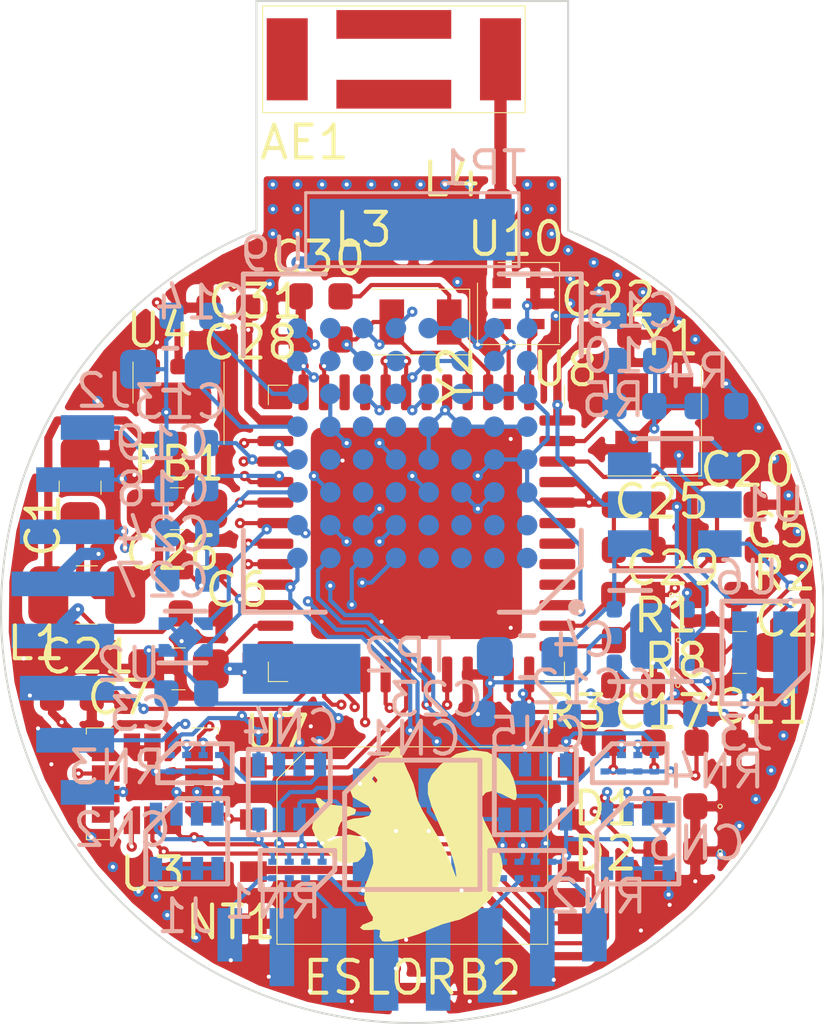
<source format=kicad_pcb>
(kicad_pcb (version 20171130) (host pcbnew "(5.1.5-0-10_14)")
  (layers (0 F.Cu signal) (1 GNDD power hide) (2 VSSA power hide) (31 B.Cu mixed hide) (34 B.Paste user hide) (35 F.Paste user hide) (36 B.SilkS user hide) (37 F.SilkS user hide) (38 B.Mask user hide) (39 F.Mask user hide) (44 Edge.Cuts user))
  (net 0 "")
  (net 1 "Net-(AE1-Pad1)")
  (net 2 +BATT)
  (net 3 GNDD)
  (net 4 "Net-(C2-Pad2)")
  (net 5 VDD)
  (net 6 GNDA)
  (net 7 VDDA)
  (net 8 "Net-(C13-Pad1)")
  (net 9 VSSA)
  (net 10 "Net-(L1-Pad1)")
  (net 11 R_VBATT)
  (net 12 ~SHDN)
  (net 13 MOSI)
  (net 14 MISO)
  (net 15 JTAG_TCKC)
  (net 16 JTAG_TMSC)
  (net 17 LED_0)
  (net 18 THERM)
  (net 19 EEG_MOSI)
  (net 20 EEG_MISO)
  (net 21 EEG_SCLK)
  (net 22 "Net-(L3-Pad1)")
  (net 23 AXY_INT1)
  (net 24 SCLK)
  (net 25 AXY_INT2)
  (net 26 "Net-(CN4-Pad5)")
  (net 27 "Net-(CN4-Pad6)")
  (net 28 "Net-(CN4-Pad7)")
  (net 29 "Net-(CN4-Pad8)")
  (net 30 "Net-(C2-Pad1)")
  (net 31 "Net-(C4-Pad1)")
  (net 32 "Net-(C10-Pad2)")
  (net 33 "Net-(C14-Pad1)")
  (net 34 "Net-(C15-Pad1)")
  (net 35 "Net-(C18-Pad1)")
  (net 36 "Net-(C19-Pad1)")
  (net 37 "Net-(C21-Pad2)")
  (net 38 "Net-(C24-Pad2)")
  (net 39 "Net-(CN1-Pad4)")
  (net 40 "Net-(CN1-Pad5)")
  (net 41 "Net-(CN1-Pad3)")
  (net 42 "Net-(CN1-Pad6)")
  (net 43 "Net-(CN1-Pad2)")
  (net 44 "Net-(CN1-Pad7)")
  (net 45 "Net-(CN1-Pad1)")
  (net 46 "Net-(CN1-Pad8)")
  (net 47 "Net-(CN5-Pad5)")
  (net 48 "Net-(CN5-Pad6)")
  (net 49 "Net-(CN5-Pad7)")
  (net 50 "Net-(CN5-Pad8)")
  (net 51 "Net-(J1-Pad8)")
  (net 52 "Net-(J1-Pad7)")
  (net 53 "Net-(J1-Pad6)")
  (net 54 "Net-(J1-Pad5)")
  (net 55 "Net-(J1-Pad4)")
  (net 56 "Net-(J1-Pad3)")
  (net 57 "Net-(J1-Pad2)")
  (net 58 "Net-(J1-Pad1)")
  (net 59 "Net-(RN3-Pad5)")
  (net 60 "Net-(U10-Pad3)")
  (net 61 "Net-(U10-Pad4)")
  (net 62 "Net-(U8-Pad47)")
  (net 63 "Net-(U8-Pad46)")
  (net 64 "Net-(C30-Pad1)")
  (net 65 "Net-(C31-Pad1)")
  (net 66 LED_1)
  (net 67 TXD)
  (net 68 RXD)
  (net 69 ~EEG_PWDN)
  (net 70 AXY_CS)
  (net 71 NAND_CS)
  (net 72 EEG_DRDY)
  (net 73 EEG_CS)
  (net 74 RESET)
  (net 75 DEBUG)
  (net 76 "Net-(C1-Pad1)")
  (module "ARBO Parts:squirrel-with-acorn_simple" (layer F.Cu) (at 215.7 94.325)
    (fp_text reference G*** hide)
    (fp_text value LOGO hide)
  )
  (module Crystal:Crystal_SMD_2012-2Pin_2.0x1.2mm (layer F.Cu) (at 215.9 81.65 180)
    (fp_text reference Y2 (at -0.85 -1.3 270) (layer F.SilkS) (effects (font (size 0.8 0.8) (thickness 0.1))))
    (fp_text value 32.768kHz)
    (pad 2 smd rect (at 0.7 0 180) (size 0.6 1.1) (layers F.Cu F.Paste F.Mask) (net 65 "Net-(C31-Pad1)"))
    (pad 1 smd rect (at -0.7 0 180) (size 0.6 1.1) (layers F.Cu F.Paste F.Mask) (net 64 "Net-(C30-Pad1)"))
  )
  (module LED_SMD:LED_0402_1005Metric (layer F.Cu) (at 222.115 94.55 180)
    (fp_text reference D2 (at 1.715 -0.05) (layer F.SilkS) (effects (font (size 0.8 0.8) (thickness 0.1))))
    (fp_text value LED)
    (pad 2 smd roundrect (at 0.485 0 180) (size 0.59 0.64) (layers F.Cu F.Paste F.Mask) (net 66 LED_1))
    (pad 1 smd roundrect (at -0.485 0 180) (size 0.59 0.64) (layers F.Cu F.Paste F.Mask) (net 3 GNDD))
  )
  (module LED_SMD:LED_0402_1005Metric (layer F.Cu) (at 222.115 93.45 180)
    (fp_text reference D1 (at 1.715 -0.05) (layer F.SilkS) (effects (font (size 0.8 0.8) (thickness 0.1))))
    (fp_text value LED)
    (pad 2 smd roundrect (at 0.485 0 180) (size 0.59 0.64) (layers F.Cu F.Paste F.Mask) (net 17 LED_0))
    (pad 1 smd roundrect (at -0.485 0 180) (size 0.59 0.64) (layers F.Cu F.Paste F.Mask) (net 3 GNDD))
  )
  (module Package_SON:WSON-6-1EP_2x2mm_P0.65mm_EP1x1.6mm (layer F.Cu) (at 210 83.625 90)
    (fp_text reference U4 (at 1.775 -0.475 180) (layer F.SilkS) (effects (font (size 0.8 0.8) (thickness 0.1))))
    (fp_text value TPS62243_WSON)
    (pad 6 smd roundrect (at 0.8875 -0.65 90) (size 0.375 0.4) (layers F.Cu F.Paste F.Mask) (net 3 GNDD))
    (pad 5 smd roundrect (at 0.8875 0 90) (size 0.375 0.4) (layers F.Cu F.Paste F.Mask) (net 2 +BATT))
    (pad 4 smd roundrect (at 0.8875 0.65 90) (size 0.375 0.4) (layers F.Cu F.Paste F.Mask) (net 2 +BATT))
    (pad 3 smd roundrect (at -0.8875 0.65 90) (size 0.375 0.4) (layers F.Cu F.Paste F.Mask) (net 76 "Net-(C1-Pad1)"))
    (pad 2 smd roundrect (at -0.8875 0 90) (size 0.375 0.4) (layers F.Cu F.Paste F.Mask) (net 3 GNDD))
    (pad 1 smd roundrect (at -0.8875 -0.65 90) (size 0.375 0.4) (layers F.Cu F.Paste F.Mask) (net 10 "Net-(L1-Pad1)"))
    (pad 7 smd roundrect (at 0 0 90) (size 1 1.6) (layers F.Cu F.Mask))
  )
  (module Capacitor_SMD:C_0603_1608Metric (layer F.Cu) (at 207.6 85.6875 90)
    (fp_text reference C1 (at -0.9125 -0.9 90) (layer F.SilkS) (effects (font (size 0.8 0.8) (thickness 0.1))))
    (fp_text value 10uF)
    (pad 2 smd roundrect (at 0.7875 0 90) (size 0.875 0.95) (layers F.Cu F.Paste F.Mask) (net 3 GNDD))
    (pad 1 smd roundrect (at -0.7875 0 90) (size 0.875 0.95) (layers F.Cu F.Paste F.Mask) (net 76 "Net-(C1-Pad1)"))
  )
  (module Capacitor_SMD:C_0603_1608Metric (layer F.Cu) (at 209.9625 86.2)
    (fp_text reference FB1 (at 0.0375 -1.1) (layer F.SilkS) (effects (font (size 0.8 0.8) (thickness 0.1))))
    (fp_text value Ferrite_Bead)
    (pad 2 smd roundrect (at 0.7875 0) (size 0.875 0.95) (layers F.Cu F.Paste F.Mask) (net 76 "Net-(C1-Pad1)"))
    (pad 1 smd roundrect (at -0.7875 0) (size 0.875 0.95) (layers F.Cu F.Paste F.Mask) (net 5 VDD))
  )
  (module Capacitor_SMD:C_0402_1005Metric (layer F.Cu) (at 207.4 90.8)
    (fp_text reference C7 (at 1.15 0) (layer F.SilkS) (effects (font (size 0.8 0.8) (thickness 0.1))))
    (fp_text value 2.2uF)
    (pad 2 smd roundrect (at 0.485 0) (size 0.59 0.64) (layers F.Cu F.Paste F.Mask) (net 3 GNDD))
    (pad 1 smd roundrect (at -0.485 0) (size 0.59 0.64) (layers F.Cu F.Paste F.Mask) (net 5 VDD))
  )
  (module "ESLO Parts:5015_TP" (layer B.Cu) (at 213 90.1)
    (fp_text reference TP2 (at 2.575 -0.325) (layer B.SilkS) (effects (font (size 0.8 0.8) (thickness 0.1)) (justify mirror)))
    (fp_text value TestPoint)
    (pad 1 smd rect (at 0 0) (size 2.87 1.22) (layers B.Cu B.Paste B.Mask) (net 3 GNDD))
  )
  (module "ESLO Parts:Half2032Clip_BC-2003" (layer B.Cu) (at 215.7 79.4)
    (fp_text reference TP1 (at 1.7 -1.5) (layer B.SilkS) (effects (font (size 0.8 0.8) (thickness 0.1)) (justify mirror)))
    (fp_text value TestPoint)
    (pad 1 smd rect (at 0 0) (size 5 1.5) (layers B.Cu B.Paste B.Mask) (net 2 +BATT))
  )
  (module "ARBO Parts:2450AT42B100" (layer F.Cu) (at 215.25 75.25)
    (fp_text reference AE1 (at -2.175 2.025) (layer F.SilkS) (effects (font (size 0.8 0.8) (thickness 0.1))))
    (fp_text value 2450AT42B100)
    (pad 4 smd rect (at 0 0.85) (size 2.8 0.7) (layers F.Cu F.Paste F.Mask))
    (pad 3 smd rect (at 0 -0.85) (size 2.8 0.7) (layers F.Cu F.Paste F.Mask))
    (pad 1 smd rect (at 2.6 0) (size 1 2) (layers F.Cu F.Paste F.Mask) (net 1 "Net-(AE1-Pad1)"))
    (pad 2 smd rect (at -2.6 0) (size 1 2) (layers F.Cu F.Paste F.Mask))
  )
  (module Capacitor_SMD:C_0402_1005Metric (layer F.Cu) (at 220.505 81.96)
    (fp_text reference C22 (at -0.03 -0.86) (layer F.SilkS) (effects (font (size 0.8 0.8) (thickness 0.1))))
    (fp_text value 0.1uF)
    (pad 2 smd roundrect (at 0.485 0) (size 0.59 0.64) (layers F.Cu F.Paste F.Mask) (net 3 GNDD))
    (pad 1 smd roundrect (at -0.485 0) (size 0.59 0.64) (layers F.Cu F.Paste F.Mask) (net 5 VDD))
  )
  (module Capacitor_SMD:C_0402_1005Metric (layer B.Cu) (at 210.215 86.8)
    (fp_text reference C24 (at -0.59 0.025) (layer B.SilkS) (effects (font (size 0.8 0.8) (thickness 0.1)) (justify mirror)))
    (fp_text value 1uF)
    (pad 2 smd roundrect (at 0.485 0) (size 0.59 0.64) (layers B.Cu B.Paste B.Mask) (net 38 "Net-(C24-Pad2)"))
    (pad 1 smd roundrect (at -0.485 0) (size 0.59 0.64) (layers B.Cu B.Paste B.Mask) (net 9 VSSA))
  )
  (module Capacitor_SMD:C_0603_1608Metric (layer F.Cu) (at 210 90.1)
    (fp_text reference C21 (at -2.225 -0.3) (layer F.SilkS) (effects (font (size 0.8 0.8) (thickness 0.1))))
    (fp_text value 1uF)
    (pad 2 smd roundrect (at 0.7875 0) (size 0.875 0.95) (layers F.Cu F.Paste F.Mask) (net 37 "Net-(C21-Pad2)"))
    (pad 1 smd roundrect (at -0.7875 0) (size 0.875 0.95) (layers F.Cu F.Paste F.Mask) (net 3 GNDD))
  )
  (module Capacitor_SMD:C_0402_1005Metric (layer F.Cu) (at 223.115 91.9)
    (fp_text reference C11 (at 1.085 -0.875) (layer F.SilkS) (effects (font (size 0.8 0.8) (thickness 0.1))))
    (fp_text value 0.1uF)
    (pad 2 smd roundrect (at 0.485 0) (size 0.59 0.64) (layers F.Cu F.Paste F.Mask) (net 3 GNDD))
    (pad 1 smd roundrect (at -0.485 0) (size 0.59 0.64) (layers F.Cu F.Paste F.Mask) (net 74 RESET))
  )
  (module "ESLO Parts:ESLO_2pin_THERM" (layer B.Cu) (at 224.3 89.7 180)
    (fp_text reference J3 (at 0.475 -1.975) (layer B.SilkS) (effects (font (size 0.8 0.8) (thickness 0.1)) (justify mirror)))
    (fp_text value Conn_01x02_Female)
    (pad 2 smd rect (at 0.5 0 180) (size 0.6 2) (layers B.Cu B.Paste B.Mask) (net 18 THERM))
    (pad 1 smd rect (at -0.5 0 180) (size 0.6 2) (layers B.Cu B.Paste B.Mask) (net 3 GNDD))
  )
  (module "ESLO Parts:ESLO_IO_8_1-27" (layer B.Cu) (at 215.695 88.68 180)
    (fp_text reference J1 (at 5.545 -7.445) (layer B.SilkS) (effects (font (size 0.8 0.8) (thickness 0.1)) (justify mirror)))
    (fp_text value Biopotentials)
    (pad 8 smd rect (at 4.445 -7.9 180) (size 0.6 1.3) (layers B.Cu B.Paste B.Mask) (net 51 "Net-(J1-Pad8)"))
    (pad 7 smd rect (at 3.175 -8.2 180) (size 0.6 1.9) (layers B.Cu B.Paste B.Mask) (net 52 "Net-(J1-Pad7)"))
    (pad 6 smd rect (at 1.905 -8.4 180) (size 0.6 2.3) (layers B.Cu B.Paste B.Mask) (net 53 "Net-(J1-Pad6)"))
    (pad 5 smd rect (at 0.635 -8.5 180) (size 0.6 2.5) (layers B.Cu B.Paste B.Mask) (net 54 "Net-(J1-Pad5)"))
    (pad 4 smd rect (at -0.635 -8.5 180) (size 0.6 2.5) (layers B.Cu B.Paste B.Mask) (net 55 "Net-(J1-Pad4)"))
    (pad 3 smd rect (at -1.905 -8.4 180) (size 0.6 2.3) (layers B.Cu B.Paste B.Mask) (net 56 "Net-(J1-Pad3)"))
    (pad 2 smd rect (at -3.175 -8.2 180) (size 0.6 1.9) (layers B.Cu B.Paste B.Mask) (net 57 "Net-(J1-Pad2)"))
    (pad 1 smd rect (at -4.445 -7.9 180) (size 0.6 1.3) (layers B.Cu B.Paste B.Mask) (net 58 "Net-(J1-Pad1)"))
  )
  (module "ESLO Parts:ESLO_IO_8_1-27" (layer B.Cu) (at 215.68 88.665 90)
    (fp_text reference J2 (at 5.34 -7.505 180) (layer B.SilkS) (effects (font (size 0.8 0.8) (thickness 0.1)) (justify mirror)))
    (fp_text value PWR/COMM)
    (pad 8 smd rect (at 4.445 -7.9 90) (size 0.6 1.3) (layers B.Cu B.Paste B.Mask) (net 75 DEBUG))
    (pad 7 smd rect (at 3.175 -8.2 90) (size 0.6 1.9) (layers B.Cu B.Paste B.Mask) (net 67 TXD))
    (pad 6 smd rect (at 1.905 -8.4 90) (size 0.6 2.3) (layers B.Cu B.Paste B.Mask) (net 68 RXD))
    (pad 5 smd rect (at 0.635 -8.5 90) (size 0.6 2.5) (layers B.Cu B.Paste B.Mask) (net 3 GNDD))
    (pad 4 smd rect (at -0.635 -8.5 90) (size 0.6 2.5) (layers B.Cu B.Paste B.Mask) (net 2 +BATT))
    (pad 3 smd rect (at -1.905 -8.4 90) (size 0.6 2.3) (layers B.Cu B.Paste B.Mask) (net 15 JTAG_TCKC))
    (pad 2 smd rect (at -3.175 -8.2 90) (size 0.6 1.9) (layers B.Cu B.Paste B.Mask) (net 16 JTAG_TMSC))
    (pad 1 smd rect (at -4.445 -7.9 90) (size 0.6 1.3) (layers B.Cu B.Paste B.Mask) (net 74 RESET))
  )
  (module Package_TO_SOT_SMD:SOT-23-6 (layer B.Cu) (at 222.1 86.1)
    (fp_text reference U1 (at 2.375 0) (layer B.SilkS) (effects (font (size 0.8 0.8) (thickness 0.1)) (justify mirror)))
    (fp_text value MAX1720)
    (pad 5 smd rect (at 1.1 0) (size 1.06 0.65) (layers B.Cu B.Paste B.Mask) (net 12 ~SHDN))
    (pad 6 smd rect (at 1.1 0.95) (size 1.06 0.65) (layers B.Cu B.Paste B.Mask) (net 30 "Net-(C2-Pad1)"))
    (pad 4 smd rect (at 1.1 -0.95) (size 1.06 0.65) (layers B.Cu B.Paste B.Mask) (net 6 GNDA))
    (pad 3 smd rect (at -1.1 -0.95) (size 1.06 0.65) (layers B.Cu B.Paste B.Mask) (net 4 "Net-(C2-Pad2)"))
    (pad 2 smd rect (at -1.1 0) (size 1.06 0.65) (layers B.Cu B.Paste B.Mask) (net 5 VDD))
    (pad 1 smd rect (at -1.1 0.95) (size 1.06 0.65) (layers B.Cu B.Paste B.Mask) (net 31 "Net-(C4-Pad1)"))
  )
  (module Package_SON:Texas_X2SON-4_1x1mm_P0.65mm (layer B.Cu) (at 210.175 89.325)
    (fp_text reference U2 (at -1.4 0.675) (layer B.SilkS) (effects (font (size 0.8 0.8) (thickness 0.1)) (justify mirror)))
    (fp_text value TPS7A2015PDQNR)
    (pad 5 smd rect (at 0 0 315) (size 0.58 0.58) (layers B.Cu B.Paste B.Mask) (net 6 GNDA))
    (pad 2 smd custom (at -0.43 -0.325) (size 0.148492 0.148492) (layers B.Cu) (net 6 GNDA) (options (clearance outline) (anchor circle)) (primitives (gr_poly (pts (xy 0.23 -0.054289) (xy 0.23 -0.155) (xy -0.23 -0.155) (xy -0.23 0.155) (xy 0.020711 0.155)) (width 0))))
    (pad 3 smd custom (at 0.43 -0.325) (size 0.148492 0.148492) (layers B.Cu) (net 12 ~SHDN) (options (clearance outline) (anchor circle)) (primitives (gr_poly (pts (xy 0.23 -0.155) (xy 0.23 0.155) (xy -0.020711 0.155) (xy -0.23 -0.054289) (xy -0.23 -0.155)) (width 0))))
    (pad 4 smd custom (at 0.43 0.325) (size 0.148492 0.148492) (layers B.Cu) (net 5 VDD) (options (clearance outline) (anchor circle)) (primitives (gr_poly (pts (xy -0.23 0.155) (xy 0.23 0.155) (xy 0.23 -0.155) (xy -0.020711 -0.155) (xy -0.23 0.054289)) (width 0))))
    (pad 1 smd custom (at -0.43 0.325) (size 0.148492 0.148492) (layers B.Cu) (net 7 VDDA) (options (clearance outline) (anchor circle)) (primitives (gr_poly (pts (xy 0.23 0.155) (xy -0.23 0.155) (xy -0.23 -0.155) (xy 0.020711 -0.155) (xy 0.23 0.054289)) (width 0))))
  )
  (module Inductor_SMD:L_0805_2012Metric (layer F.Cu) (at 207.7625 88.3)
    (fp_text reference L1 (at -1.2375 1.175) (layer F.SilkS) (effects (font (size 0.8 0.8) (thickness 0.1))))
    (fp_text value 2.2uH)
    (pad 2 smd roundrect (at 0.9375 0) (size 0.975 1.4) (layers F.Cu F.Paste F.Mask) (net 76 "Net-(C1-Pad1)"))
    (pad 1 smd roundrect (at -0.9375 0) (size 0.975 1.4) (layers F.Cu F.Paste F.Mask) (net 10 "Net-(L1-Pad1)"))
  )
  (module Capacitor_SMD:C_0402_1005Metric (layer F.Cu) (at 210.54 88.75)
    (fp_text reference C6 (at 0.89 -0.575) (layer F.SilkS) (effects (font (size 0.8 0.8) (thickness 0.1))))
    (fp_text value 4.7uF)
    (pad 2 smd roundrect (at 0.485 0) (size 0.59 0.64) (layers F.Cu F.Paste F.Mask) (net 3 GNDD))
    (pad 1 smd roundrect (at -0.485 0) (size 0.59 0.64) (layers F.Cu F.Paste F.Mask) (net 2 +BATT))
  )
  (module Capacitor_SMD:C_0402_1005Metric (layer B.Cu) (at 210.19 90.7)
    (fp_text reference C3 (at -1.115 0.5) (layer B.SilkS) (effects (font (size 0.8 0.8) (thickness 0.1)) (justify mirror)))
    (fp_text value 1uF)
    (pad 2 smd roundrect (at 0.485 0) (size 0.59 0.64) (layers B.Cu B.Paste B.Mask) (net 6 GNDA))
    (pad 1 smd roundrect (at -0.485 0) (size 0.59 0.64) (layers B.Cu B.Paste B.Mask) (net 7 VDDA))
  )
  (module "ARBO Parts:0612_array" (layer B.Cu) (at 215.7 93.9)
    (fp_text reference CN1 (at 0 -2.1) (layer B.SilkS) (effects (font (size 0.8 0.8) (thickness 0.1)) (justify mirror)))
    (fp_text value 4700pF)
    (pad 4 smd rect (at 1.2 -0.9) (size 0.5 0.95) (layers B.Cu B.Paste B.Mask) (net 39 "Net-(CN1-Pad4)"))
    (pad 5 smd rect (at 1.2 0.9) (size 0.5 0.95) (layers B.Cu B.Paste B.Mask) (net 40 "Net-(CN1-Pad5)"))
    (pad 3 smd rect (at 0.4 -0.9) (size 0.5 0.95) (layers B.Cu B.Paste B.Mask) (net 41 "Net-(CN1-Pad3)"))
    (pad 6 smd rect (at 0.4 0.9) (size 0.5 0.95) (layers B.Cu B.Paste B.Mask) (net 42 "Net-(CN1-Pad6)"))
    (pad 2 smd rect (at -0.4 -0.9) (size 0.5 0.95) (layers B.Cu B.Paste B.Mask) (net 43 "Net-(CN1-Pad2)"))
    (pad 7 smd rect (at -0.4 0.9) (size 0.5 0.95) (layers B.Cu B.Paste B.Mask) (net 44 "Net-(CN1-Pad7)"))
    (pad 1 smd rect (at -1.2 -0.9) (size 0.5 0.95) (layers B.Cu B.Paste B.Mask) (net 45 "Net-(CN1-Pad1)"))
    (pad 8 smd rect (at -1.2 0.9) (size 0.5 0.95) (layers B.Cu B.Paste B.Mask) (net 46 "Net-(CN1-Pad8)"))
  )
  (module Crystal:Crystal_SMD_2016-4Pin_2.0x1.6mm (layer F.Cu) (at 221.6 84.05 90)
    (fp_text reference Y1 (at 2 0.375 180) (layer F.SilkS) (effects (font (size 0.8 0.8) (thickness 0.1))))
    (fp_text value 48MHz)
    (pad 4 smd rect (at -0.7 -0.55 90) (size 0.9 0.8) (layers F.Cu F.Paste F.Mask) (net 3 GNDD))
    (pad 3 smd rect (at 0.7 -0.55 90) (size 0.9 0.8) (layers F.Cu F.Paste F.Mask) (net 62 "Net-(U8-Pad47)"))
    (pad 2 smd rect (at 0.7 0.55 90) (size 0.9 0.8) (layers F.Cu F.Paste F.Mask) (net 3 GNDD))
    (pad 1 smd rect (at -0.7 0.55 90) (size 0.9 0.8) (layers F.Cu F.Paste F.Mask) (net 63 "Net-(U8-Pad46)"))
  )
  (module Capacitor_SMD:C_0402_1005Metric (layer F.Cu) (at 213.465 82.075 180)
    (fp_text reference C31 (at 1.59 0.925) (layer F.SilkS) (effects (font (size 0.8 0.8) (thickness 0.1))))
    (fp_text value 12pF)
    (pad 2 smd roundrect (at 0.485 0 180) (size 0.59 0.64) (layers F.Cu F.Paste F.Mask) (net 3 GNDD))
    (pad 1 smd roundrect (at -0.485 0 180) (size 0.59 0.64) (layers F.Cu F.Paste F.Mask) (net 65 "Net-(C31-Pad1)"))
  )
  (module Capacitor_SMD:C_0402_1005Metric (layer F.Cu) (at 213.465 81.025 180)
    (fp_text reference C30 (at 0.065 0.925) (layer F.SilkS) (effects (font (size 0.8 0.8) (thickness 0.1))))
    (fp_text value 12pF)
    (pad 2 smd roundrect (at 0.485 0 180) (size 0.59 0.64) (layers F.Cu F.Paste F.Mask) (net 3 GNDD))
    (pad 1 smd roundrect (at -0.485 0 180) (size 0.59 0.64) (layers F.Cu F.Paste F.Mask) (net 64 "Net-(C30-Pad1)"))
  )
  (module Package_LGA:LGA-14_3x2.5mm_P0.5mm_LayoutBorder3x4y (layer F.Cu) (at 209.3625 92.9 180)
    (fp_text reference U3 (at 0 -2.2) (layer F.SilkS) (effects (font (size 0.8 0.8) (thickness 0.1))))
    (fp_text value LSM6DSOXTR)
    (pad 14 smd custom (at -0.5 -0.8875 180) (size 0.4 0.4) (layers F.Cu F.Paste F.Mask) (net 13 MOSI) (options (clearance outline) (anchor circle)) (primitives (gr_poly (pts (xy -0.2 -0.3375) (xy 0.2 -0.3375) (xy 0.2 0.3375) (xy 0.05 0.3375) (xy -0.2 0.0875)) (width 0))))
    (pad 13 smd rect (at 0 -0.8875 180) (size 0.4 0.675) (layers F.Cu F.Paste F.Mask) (net 24 SCLK))
    (pad 12 smd custom (at 0.5 -0.8875 180) (size 0.4 0.4) (layers F.Cu F.Paste F.Mask) (net 70 AXY_CS) (options (clearance outline) (anchor circle)) (primitives (gr_poly (pts (xy -0.2 -0.3375) (xy 0.2 -0.3375) (xy 0.2 0.0875) (xy -0.05 0.3375) (xy -0.2 0.3375)) (width 0))))
    (pad 11 smd custom (at 1.1375 -0.75 180) (size 0.4 0.4) (layers F.Cu F.Paste F.Mask) (options (clearance outline) (anchor circle)) (primitives (gr_poly (pts (xy -0.3375 0.05) (xy -0.0875 -0.2) (xy 0.3375 -0.2) (xy 0.3375 0.2) (xy -0.3375 0.2)) (width 0))))
    (pad 10 smd rect (at 1.1375 -0.25 180) (size 0.675 0.4) (layers F.Cu F.Paste F.Mask))
    (pad 9 smd rect (at 1.1375 0.25 180) (size 0.675 0.4) (layers F.Cu F.Paste F.Mask) (net 23 AXY_INT1))
    (pad 8 smd custom (at 1.1375 0.75 180) (size 0.4 0.4) (layers F.Cu F.Paste F.Mask) (net 5 VDD) (options (clearance outline) (anchor circle)) (primitives (gr_poly (pts (xy -0.3375 -0.2) (xy 0.3375 -0.2) (xy 0.3375 0.2) (xy -0.0875 0.2) (xy -0.3375 -0.05)) (width 0))))
    (pad 7 smd custom (at 0.5 0.8875 180) (size 0.4 0.4) (layers F.Cu F.Paste F.Mask) (net 3 GNDD) (options (clearance outline) (anchor circle)) (primitives (gr_poly (pts (xy -0.2 -0.3375) (xy -0.05 -0.3375) (xy 0.2 -0.0875) (xy 0.2 0.3375) (xy -0.2 0.3375)) (width 0))))
    (pad 6 smd rect (at 0 0.8875 180) (size 0.4 0.675) (layers F.Cu F.Paste F.Mask) (net 3 GNDD))
    (pad 5 smd custom (at -0.5 0.8875 180) (size 0.4 0.4) (layers F.Cu F.Paste F.Mask) (net 5 VDD) (options (clearance outline) (anchor circle)) (primitives (gr_poly (pts (xy -0.2 -0.0875) (xy 0.05 -0.3375) (xy 0.2 -0.3375) (xy 0.2 0.3375) (xy -0.2 0.3375)) (width 0))))
    (pad 4 smd custom (at -1.1375 0.75 180) (size 0.4 0.4) (layers F.Cu F.Paste F.Mask) (net 25 AXY_INT2) (options (clearance outline) (anchor circle)) (primitives (gr_poly (pts (xy -0.3375 -0.2) (xy 0.3375 -0.2) (xy 0.3375 -0.05) (xy 0.0875 0.2) (xy -0.3375 0.2)) (width 0))))
    (pad 3 smd rect (at -1.1375 0.25 180) (size 0.675 0.4) (layers F.Cu F.Paste F.Mask) (net 3 GNDD))
    (pad 2 smd rect (at -1.1375 -0.25 180) (size 0.675 0.4) (layers F.Cu F.Paste F.Mask) (net 3 GNDD))
    (pad 1 smd custom (at -1.1375 -0.75 180) (size 0.4 0.4) (layers F.Cu F.Paste F.Mask) (net 14 MISO) (options (clearance outline) (anchor circle)) (primitives (gr_poly (pts (xy -0.3375 -0.2) (xy 0.0875 -0.2) (xy 0.3375 0.05) (xy 0.3375 0.2) (xy -0.3375 0.2)) (width 0))))
  )
  (module "ARBO Parts:8x6mm_WSON_UTSO" (layer F.Cu) (at 215.7 94.405 270)
    (fp_text reference U7 (at -2.755 3.3 180) (layer F.SilkS) (effects (font (size 0.8 0.8) (thickness 0.1))))
    (fp_text value AS5F18G04SND-10LIN)
    (pad 4 smd rect (at 1.905 3.875 270) (size 0.5 0.65) (layers F.Cu F.Paste F.Mask) (net 3 GNDD))
    (pad 5 smd rect (at 1.905 -3.875 270) (size 0.5 0.65) (layers F.Cu F.Paste F.Mask) (net 13 MOSI))
    (pad 3 smd rect (at 0.635 3.875 270) (size 0.5 0.65) (layers F.Cu F.Paste F.Mask) (net 5 VDD))
    (pad 6 smd rect (at 0.635 -3.875 270) (size 0.5 0.65) (layers F.Cu F.Paste F.Mask) (net 24 SCLK))
    (pad 2 smd rect (at -0.635 3.875 270) (size 0.5 0.65) (layers F.Cu F.Paste F.Mask) (net 14 MISO))
    (pad 7 smd rect (at -0.635 -3.875 270) (size 0.5 0.65) (layers F.Cu F.Paste F.Mask) (net 5 VDD))
    (pad 1 smd rect (at -1.905 3.875 270) (size 0.5 0.65) (layers F.Cu F.Paste F.Mask) (net 71 NAND_CS))
    (pad 8 smd rect (at -1.905 -3.875 270) (size 0.5 0.65) (layers F.Cu F.Paste F.Mask) (net 5 VDD))
  )
  (module "ARBO Parts:2450BM14G0011" (layer F.Cu) (at 218.29 81.2 270)
    (fp_text reference U10 (at -1.575 0.065) (layer F.SilkS) (effects (font (size 0.8 0.8) (thickness 0.1))))
    (fp_text value 2450BM14G0011)
    (pad 3 smd rect (at 0.5 0.41 270) (size 0.25 0.45) (layers F.Cu F.Paste F.Mask) (net 60 "Net-(U10-Pad3)"))
    (pad 4 smd rect (at 0.5 -0.41 270) (size 0.25 0.45) (layers F.Cu F.Paste F.Mask) (net 61 "Net-(U10-Pad4)"))
    (pad 2 smd rect (at 0 0.41 270) (size 0.25 0.45) (layers F.Cu F.Paste F.Mask))
    (pad 5 smd rect (at 0 -0.41 270) (size 0.25 0.45) (layers F.Cu F.Paste F.Mask) (net 3 GNDD))
    (pad 1 smd rect (at -0.5 0.41 270) (size 0.25 0.45) (layers F.Cu F.Paste F.Mask) (net 22 "Net-(L3-Pad1)"))
    (pad 6 smd rect (at -0.5 -0.41 270) (size 0.25 0.45) (layers F.Cu F.Paste F.Mask) (net 3 GNDD))
  )
  (module "ARBO Parts:BGA-64_8x8_8.0x8.0mm_ADS129x" (layer B.Cu) (at 215.7 84.6 90)
    (fp_text reference U9 (at 4.6 -3.4 180) (layer B.SilkS) (effects (font (size 0.8 0.8) (thickness 0.1)) (justify mirror)))
    (fp_text value ADS1294)
    (pad 8H smd circle (at 2.8 -2.8 90) (size 0.5 0.5) (layers B.Cu B.Paste B.Mask) (net 19 EEG_MOSI))
    (pad 8G smd circle (at 2.8 -2 90) (size 0.5 0.5) (layers B.Cu B.Paste B.Mask))
    (pad 8F smd circle (at 2.8 -1.2 90) (size 0.5 0.5) (layers B.Cu B.Paste B.Mask) (net 21 EEG_SCLK))
    (pad 8E smd circle (at 2.8 -0.4 90) (size 0.5 0.5) (layers B.Cu B.Paste B.Mask) (net 20 EEG_MISO))
    (pad 8D smd circle (at 2.8 0.4 90) (size 0.5 0.5) (layers B.Cu B.Paste B.Mask) (net 5 VDD))
    (pad 8C smd circle (at 2.8 1.2 90) (size 0.5 0.5) (layers B.Cu B.Paste B.Mask) (net 5 VDD))
    (pad 8B smd circle (at 2.8 2 90) (size 0.5 0.5) (layers B.Cu B.Paste B.Mask) (net 5 VDD))
    (pad 8A smd circle (at 2.8 2.8 90) (size 0.5 0.5) (layers B.Cu B.Paste B.Mask) (net 9 VSSA))
    (pad 7H smd circle (at 2 -2.8 90) (size 0.5 0.5) (layers B.Cu B.Paste B.Mask) (net 3 GNDD))
    (pad 7G smd circle (at 2 -2 90) (size 0.5 0.5) (layers B.Cu B.Paste B.Mask))
    (pad 7F smd circle (at 2 -1.2 90) (size 0.5 0.5) (layers B.Cu B.Paste B.Mask) (net 73 EEG_CS))
    (pad 7E smd circle (at 2 -0.4 90) (size 0.5 0.5) (layers B.Cu B.Paste B.Mask))
    (pad 7D smd circle (at 2 0.4 90) (size 0.5 0.5) (layers B.Cu B.Paste B.Mask) (net 3 GNDD))
    (pad 7C smd circle (at 2 1.2 90) (size 0.5 0.5) (layers B.Cu B.Paste B.Mask) (net 3 GNDD))
    (pad 7B smd circle (at 2 2 90) (size 0.5 0.5) (layers B.Cu B.Paste B.Mask) (net 34 "Net-(C15-Pad1)"))
    (pad 7A smd circle (at 2 2.8 90) (size 0.5 0.5) (layers B.Cu B.Paste B.Mask) (net 7 VDDA))
    (pad 6H smd circle (at 1.2 -2.8 90) (size 0.5 0.5) (layers B.Cu B.Paste B.Mask) (net 33 "Net-(C14-Pad1)"))
    (pad 6G smd circle (at 1.2 -2 90) (size 0.5 0.5) (layers B.Cu B.Paste B.Mask) (net 69 ~EEG_PWDN))
    (pad 6F smd circle (at 1.2 -1.2 90) (size 0.5 0.5) (layers B.Cu B.Paste B.Mask) (net 3 GNDD))
    (pad 6E smd circle (at 1.2 -0.4 90) (size 0.5 0.5) (layers B.Cu B.Paste B.Mask))
    (pad 6D smd circle (at 1.2 0.4 90) (size 0.5 0.5) (layers B.Cu B.Paste B.Mask) (net 72 EEG_DRDY))
    (pad 6C smd circle (at 1.2 1.2 90) (size 0.5 0.5) (layers B.Cu B.Paste B.Mask) (net 7 VDDA))
    (pad 6B smd circle (at 1.2 2 90) (size 0.5 0.5) (layers B.Cu B.Paste B.Mask) (net 7 VDDA))
    (pad 6A smd circle (at 1.2 2.8 90) (size 0.5 0.5) (layers B.Cu B.Paste B.Mask) (net 7 VDDA))
    (pad 5H smd circle (at 0.4 -2.8 90) (size 0.5 0.5) (layers B.Cu B.Paste B.Mask) (net 8 "Net-(C13-Pad1)"))
    (pad 5G smd circle (at 0.4 -2 90) (size 0.5 0.5) (layers B.Cu B.Paste B.Mask) (net 69 ~EEG_PWDN))
    (pad 5F smd circle (at 0.4 -1.2 90) (size 0.5 0.5) (layers B.Cu B.Paste B.Mask))
    (pad 5E smd circle (at 0.4 -0.4 90) (size 0.5 0.5) (layers B.Cu B.Paste B.Mask))
    (pad 5D smd circle (at 0.4 0.4 90) (size 0.5 0.5) (layers B.Cu B.Paste B.Mask) (net 9 VSSA))
    (pad 5C smd circle (at 0.4 1.2 90) (size 0.5 0.5) (layers B.Cu B.Paste B.Mask) (net 9 VSSA))
    (pad 5B smd circle (at 0.4 2 90) (size 0.5 0.5) (layers B.Cu B.Paste B.Mask) (net 9 VSSA))
    (pad 5A smd circle (at 0.4 2.8 90) (size 0.5 0.5) (layers B.Cu B.Paste B.Mask) (net 9 VSSA))
    (pad 4H smd circle (at -0.4 -2.8 90) (size 0.5 0.5) (layers B.Cu B.Paste B.Mask) (net 9 VSSA))
    (pad 4G smd circle (at -0.4 -2 90) (size 0.5 0.5) (layers B.Cu B.Paste B.Mask))
    (pad 4F smd circle (at -0.4 -1.2 90) (size 0.5 0.5) (layers B.Cu B.Paste B.Mask))
    (pad 4E smd circle (at -0.4 -0.4 90) (size 0.5 0.5) (layers B.Cu B.Paste B.Mask) (net 3 GNDD))
    (pad 4D smd circle (at -0.4 0.4 90) (size 0.5 0.5) (layers B.Cu B.Paste B.Mask) (net 9 VSSA))
    (pad 4C smd circle (at -0.4 1.2 90) (size 0.5 0.5) (layers B.Cu B.Paste B.Mask))
    (pad 4B smd circle (at -0.4 2 90) (size 0.5 0.5) (layers B.Cu B.Paste B.Mask) (net 7 VDDA))
    (pad 4A smd circle (at -0.4 2.8 90) (size 0.5 0.5) (layers B.Cu B.Paste B.Mask) (net 7 VDDA))
    (pad 3H smd circle (at -1.2 -2.8 90) (size 0.5 0.5) (layers B.Cu B.Paste B.Mask) (net 38 "Net-(C24-Pad2)"))
    (pad 3G smd circle (at -1.2 -2 90) (size 0.5 0.5) (layers B.Cu B.Paste B.Mask) (net 35 "Net-(C18-Pad1)"))
    (pad 3F smd circle (at -1.2 -1.2 90) (size 0.5 0.5) (layers B.Cu B.Paste B.Mask))
    (pad 3E smd circle (at -1.2 -0.4 90) (size 0.5 0.5) (layers B.Cu B.Paste B.Mask))
    (pad 3D smd circle (at -1.2 0.4 90) (size 0.5 0.5) (layers B.Cu B.Paste B.Mask) (net 36 "Net-(C19-Pad1)"))
    (pad 3C smd circle (at -1.2 1.2 90) (size 0.5 0.5) (layers B.Cu B.Paste B.Mask) (net 59 "Net-(RN3-Pad5)"))
    (pad 3B smd circle (at -1.2 2 90) (size 0.5 0.5) (layers B.Cu B.Paste B.Mask) (net 59 "Net-(RN3-Pad5)"))
    (pad 3A smd circle (at -1.2 2.8 90) (size 0.5 0.5) (layers B.Cu B.Paste B.Mask) (net 7 VDDA))
    (pad 2H smd circle (at -2 -2.8 90) (size 0.5 0.5) (layers B.Cu B.Paste B.Mask) (net 50 "Net-(CN5-Pad8)"))
    (pad 2G smd circle (at -2 -2 90) (size 0.5 0.5) (layers B.Cu B.Paste B.Mask) (net 48 "Net-(CN5-Pad6)"))
    (pad 2F smd circle (at -2 -1.2 90) (size 0.5 0.5) (layers B.Cu B.Paste B.Mask) (net 29 "Net-(CN4-Pad8)"))
    (pad 2E smd circle (at -2 -0.4 90) (size 0.5 0.5) (layers B.Cu B.Paste B.Mask) (net 27 "Net-(CN4-Pad6)"))
    (pad 2D smd circle (at -2 0.4 90) (size 0.5 0.5) (layers B.Cu B.Paste B.Mask))
    (pad 2C smd circle (at -2 1.2 90) (size 0.5 0.5) (layers B.Cu B.Paste B.Mask))
    (pad 2B smd circle (at -2 2 90) (size 0.5 0.5) (layers B.Cu B.Paste B.Mask))
    (pad 2A smd circle (at -2 2.8 90) (size 0.5 0.5) (layers B.Cu B.Paste B.Mask))
    (pad 1H smd circle (at -2.8 -2.8 90) (size 0.5 0.5) (layers B.Cu B.Paste B.Mask) (net 49 "Net-(CN5-Pad7)"))
    (pad 1G smd circle (at -2.8 -2 90) (size 0.5 0.5) (layers B.Cu B.Paste B.Mask) (net 47 "Net-(CN5-Pad5)"))
    (pad 1F smd circle (at -2.8 -1.2 90) (size 0.5 0.5) (layers B.Cu B.Paste B.Mask) (net 28 "Net-(CN4-Pad7)"))
    (pad 1E smd circle (at -2.8 -0.4 90) (size 0.5 0.5) (layers B.Cu B.Paste B.Mask) (net 26 "Net-(CN4-Pad5)"))
    (pad 1D smd circle (at -2.8 0.4 90) (size 0.5 0.5) (layers B.Cu B.Paste B.Mask))
    (pad 1C smd circle (at -2.8 1.2 90) (size 0.5 0.5) (layers B.Cu B.Paste B.Mask))
    (pad 1B smd circle (at -2.8 2 90) (size 0.5 0.5) (layers B.Cu B.Paste B.Mask))
    (pad 1A smd circle (at -2.8 2.8 90) (size 0.5 0.5) (layers B.Cu B.Paste B.Mask))
  )
  (module Package_DFN_QFN:QFN-48-1EP_7x7mm_P0.5mm_EP5.15x5.15mm (layer F.Cu) (at 215.8 86.8 270)
    (fp_text reference U8 (at -4 -3.625 180) (layer F.SilkS) (effects (font (size 0.8 0.8) (thickness 0.1))))
    (fp_text value CC2652R1FRGZT)
    (pad 48 smd roundrect (at -2.75 -3.4375 270) (size 0.25 0.875) (layers F.Cu F.Paste F.Mask) (net 5 VDD))
    (pad 47 smd roundrect (at -2.25 -3.4375 270) (size 0.25 0.875) (layers F.Cu F.Paste F.Mask) (net 62 "Net-(U8-Pad47)"))
    (pad 46 smd roundrect (at -1.75 -3.4375 270) (size 0.25 0.875) (layers F.Cu F.Paste F.Mask) (net 63 "Net-(U8-Pad46)"))
    (pad 45 smd roundrect (at -1.25 -3.4375 270) (size 0.25 0.875) (layers F.Cu F.Paste F.Mask) (net 5 VDD))
    (pad 44 smd roundrect (at -0.75 -3.4375 270) (size 0.25 0.875) (layers F.Cu F.Paste F.Mask) (net 5 VDD))
    (pad 43 smd roundrect (at -0.25 -3.4375 270) (size 0.25 0.875) (layers F.Cu F.Paste F.Mask))
    (pad 42 smd roundrect (at 0.25 -3.4375 270) (size 0.25 0.875) (layers F.Cu F.Paste F.Mask))
    (pad 41 smd roundrect (at 0.75 -3.4375 270) (size 0.25 0.875) (layers F.Cu F.Paste F.Mask))
    (pad 40 smd roundrect (at 1.25 -3.4375 270) (size 0.25 0.875) (layers F.Cu F.Paste F.Mask))
    (pad 39 smd roundrect (at 1.75 -3.4375 270) (size 0.25 0.875) (layers F.Cu F.Paste F.Mask))
    (pad 38 smd roundrect (at 2.25 -3.4375 270) (size 0.25 0.875) (layers F.Cu F.Paste F.Mask) (net 11 R_VBATT))
    (pad 37 smd roundrect (at 2.75 -3.4375 270) (size 0.25 0.875) (layers F.Cu F.Paste F.Mask) (net 18 THERM))
    (pad 36 smd roundrect (at 3.4375 -2.75 270) (size 0.875 0.25) (layers F.Cu F.Paste F.Mask) (net 72 EEG_DRDY))
    (pad 35 smd roundrect (at 3.4375 -2.25 270) (size 0.875 0.25) (layers F.Cu F.Paste F.Mask) (net 74 RESET))
    (pad 34 smd roundrect (at 3.4375 -1.75 270) (size 0.875 0.25) (layers F.Cu F.Paste F.Mask) (net 3 GNDD))
    (pad 33 smd roundrect (at 3.4375 -1.25 270) (size 0.875 0.25) (layers F.Cu F.Paste F.Mask) (net 3 GNDD))
    (pad 32 smd roundrect (at 3.4375 -0.75 270) (size 0.875 0.25) (layers F.Cu F.Paste F.Mask) (net 69 ~EEG_PWDN))
    (pad 31 smd roundrect (at 3.4375 -0.25 270) (size 0.875 0.25) (layers F.Cu F.Paste F.Mask) (net 73 EEG_CS))
    (pad 30 smd roundrect (at 3.4375 0.25 270) (size 0.875 0.25) (layers F.Cu F.Paste F.Mask) (net 71 NAND_CS))
    (pad 29 smd roundrect (at 3.4375 0.75 270) (size 0.875 0.25) (layers F.Cu F.Paste F.Mask) (net 21 EEG_SCLK))
    (pad 28 smd roundrect (at 3.4375 1.25 270) (size 0.875 0.25) (layers F.Cu F.Paste F.Mask) (net 19 EEG_MOSI))
    (pad 27 smd roundrect (at 3.4375 1.75 270) (size 0.875 0.25) (layers F.Cu F.Paste F.Mask) (net 20 EEG_MISO))
    (pad 26 smd roundrect (at 3.4375 2.25 270) (size 0.875 0.25) (layers F.Cu F.Paste F.Mask) (net 12 ~SHDN))
    (pad 25 smd roundrect (at 3.4375 2.75 270) (size 0.875 0.25) (layers F.Cu F.Paste F.Mask) (net 15 JTAG_TCKC))
    (pad 24 smd roundrect (at 2.75 3.4375 270) (size 0.25 0.875) (layers F.Cu F.Paste F.Mask) (net 16 JTAG_TMSC))
    (pad 23 smd roundrect (at 2.25 3.4375 270) (size 0.25 0.875) (layers F.Cu F.Paste F.Mask) (net 37 "Net-(C21-Pad2)"))
    (pad 22 smd roundrect (at 1.75 3.4375 270) (size 0.25 0.875) (layers F.Cu F.Paste F.Mask) (net 5 VDD))
    (pad 21 smd roundrect (at 1.25 3.4375 270) (size 0.25 0.875) (layers F.Cu F.Paste F.Mask))
    (pad 20 smd roundrect (at 0.75 3.4375 270) (size 0.25 0.875) (layers F.Cu F.Paste F.Mask) (net 75 DEBUG))
    (pad 19 smd roundrect (at 0.25 3.4375 270) (size 0.25 0.875) (layers F.Cu F.Paste F.Mask) (net 25 AXY_INT2))
    (pad 18 smd roundrect (at -0.25 3.4375 270) (size 0.25 0.875) (layers F.Cu F.Paste F.Mask) (net 23 AXY_INT1))
    (pad 17 smd roundrect (at -0.75 3.4375 270) (size 0.25 0.875) (layers F.Cu F.Paste F.Mask) (net 70 AXY_CS))
    (pad 16 smd roundrect (at -1.25 3.4375 270) (size 0.25 0.875) (layers F.Cu F.Paste F.Mask) (net 24 SCLK))
    (pad 15 smd roundrect (at -1.75 3.4375 270) (size 0.25 0.875) (layers F.Cu F.Paste F.Mask) (net 13 MOSI))
    (pad 14 smd roundrect (at -2.25 3.4375 270) (size 0.25 0.875) (layers F.Cu F.Paste F.Mask) (net 14 MISO))
    (pad 13 smd roundrect (at -2.75 3.4375 270) (size 0.25 0.875) (layers F.Cu F.Paste F.Mask) (net 5 VDD))
    (pad 12 smd roundrect (at -3.4375 2.75 270) (size 0.875 0.25) (layers F.Cu F.Paste F.Mask) (net 66 LED_1))
    (pad 11 smd roundrect (at -3.4375 2.25 270) (size 0.875 0.25) (layers F.Cu F.Paste F.Mask) (net 17 LED_0))
    (pad 10 smd roundrect (at -3.4375 1.75 270) (size 0.875 0.25) (layers F.Cu F.Paste F.Mask))
    (pad 9 smd roundrect (at -3.4375 1.25 270) (size 0.875 0.25) (layers F.Cu F.Paste F.Mask))
    (pad 8 smd roundrect (at -3.4375 0.75 270) (size 0.875 0.25) (layers F.Cu F.Paste F.Mask) (net 67 TXD))
    (pad 7 smd roundrect (at -3.4375 0.25 270) (size 0.875 0.25) (layers F.Cu F.Paste F.Mask) (net 68 RXD))
    (pad 6 smd roundrect (at -3.4375 -0.25 270) (size 0.875 0.25) (layers F.Cu F.Paste F.Mask))
    (pad 5 smd roundrect (at -3.4375 -0.75 270) (size 0.875 0.25) (layers F.Cu F.Paste F.Mask))
    (pad 4 smd roundrect (at -3.4375 -1.25 270) (size 0.875 0.25) (layers F.Cu F.Paste F.Mask) (net 65 "Net-(C31-Pad1)"))
    (pad 3 smd roundrect (at -3.4375 -1.75 270) (size 0.875 0.25) (layers F.Cu F.Paste F.Mask) (net 64 "Net-(C30-Pad1)"))
    (pad 2 smd roundrect (at -3.4375 -2.25 270) (size 0.875 0.25) (layers F.Cu F.Paste F.Mask) (net 60 "Net-(U10-Pad3)"))
    (pad 1 smd roundrect (at -3.4375 -2.75 270) (size 0.875 0.25) (layers F.Cu F.Paste F.Mask) (net 61 "Net-(U10-Pad4)"))
    (pad 49 smd roundrect (at 0 0 270) (size 5.15 5.15) (layers F.Cu F.Mask) (roundrect_rratio 0.048544) (net 3 GNDD))
  )
  (module Package_SON:WSON-6-1EP_2x2mm_P0.65mm_EP1x1.6mm (layer B.Cu) (at 221.5125 89.3 180)
    (fp_text reference U6 (at -2.3375 1.425) (layer B.SilkS) (effects (font (size 0.8 0.8) (thickness 0.1)) (justify mirror)))
    (fp_text value TPS72301DRVR)
    (pad 6 smd roundrect (at 0.8875 0.65 180) (size 0.375 0.4) (layers B.Cu B.Paste B.Mask) (net 31 "Net-(C4-Pad1)"))
    (pad 5 smd roundrect (at 0.8875 0 180) (size 0.375 0.4) (layers B.Cu B.Paste B.Mask) (net 6 GNDA))
    (pad 4 smd roundrect (at 0.8875 -0.65 180) (size 0.375 0.4) (layers B.Cu B.Paste B.Mask) (net 12 ~SHDN))
    (pad 3 smd roundrect (at -0.8875 -0.65 180) (size 0.375 0.4) (layers B.Cu B.Paste B.Mask))
    (pad 2 smd roundrect (at -0.8875 0 180) (size 0.375 0.4) (layers B.Cu B.Paste B.Mask) (net 32 "Net-(C10-Pad2)"))
    (pad 1 smd roundrect (at -0.8875 0.65 180) (size 0.375 0.4) (layers B.Cu B.Paste B.Mask) (net 9 VSSA))
    (pad 7 smd roundrect (at 0 0 180) (size 1 1.6) (layers B.Cu B.Mask))
  )
  (module "ARBO Parts:0502_array" (layer B.Cu) (at 221 92.4)
    (fp_text reference RN4 (at 2.1 0.2) (layer B.SilkS) (effects (font (size 0.8 0.8) (thickness 0.1)) (justify mirror)))
    (fp_text value 1M)
    (pad 4 smd rect (at 0.6 -0.2) (size 0.22 0.15) (layers B.Cu B.Paste B.Mask) (net 50 "Net-(CN5-Pad8)"))
    (pad 5 smd rect (at 0.6 0.2) (size 0.22 0.15) (layers B.Cu B.Paste B.Mask) (net 59 "Net-(RN3-Pad5)"))
    (pad 3 smd rect (at 0.2 -0.2) (size 0.22 0.15) (layers B.Cu B.Paste B.Mask) (net 49 "Net-(CN5-Pad7)"))
    (pad 6 smd rect (at 0.2 0.2) (size 0.22 0.15) (layers B.Cu B.Paste B.Mask) (net 59 "Net-(RN3-Pad5)"))
    (pad 2 smd rect (at -0.2 -0.2) (size 0.22 0.15) (layers B.Cu B.Paste B.Mask) (net 48 "Net-(CN5-Pad6)"))
    (pad 7 smd rect (at -0.2 0.2) (size 0.22 0.15) (layers B.Cu B.Paste B.Mask) (net 59 "Net-(RN3-Pad5)"))
    (pad 1 smd rect (at -0.6 -0.2) (size 0.22 0.15) (layers B.Cu B.Paste B.Mask) (net 47 "Net-(CN5-Pad5)"))
    (pad 8 smd rect (at -0.6 0.2) (size 0.22 0.15) (layers B.Cu B.Paste B.Mask) (net 59 "Net-(RN3-Pad5)"))
  )
  (module "ARBO Parts:0502_array" (layer B.Cu) (at 210.4 92.4)
    (fp_text reference RN3 (at -1.9 0.1) (layer B.SilkS) (effects (font (size 0.8 0.8) (thickness 0.1)) (justify mirror)))
    (fp_text value 1M)
    (pad 4 smd rect (at 0.6 -0.2) (size 0.22 0.15) (layers B.Cu B.Paste B.Mask) (net 29 "Net-(CN4-Pad8)"))
    (pad 5 smd rect (at 0.6 0.2) (size 0.22 0.15) (layers B.Cu B.Paste B.Mask) (net 59 "Net-(RN3-Pad5)"))
    (pad 3 smd rect (at 0.2 -0.2) (size 0.22 0.15) (layers B.Cu B.Paste B.Mask) (net 28 "Net-(CN4-Pad7)"))
    (pad 6 smd rect (at 0.2 0.2) (size 0.22 0.15) (layers B.Cu B.Paste B.Mask) (net 59 "Net-(RN3-Pad5)"))
    (pad 2 smd rect (at -0.2 -0.2) (size 0.22 0.15) (layers B.Cu B.Paste B.Mask) (net 27 "Net-(CN4-Pad6)"))
    (pad 7 smd rect (at -0.2 0.2) (size 0.22 0.15) (layers B.Cu B.Paste B.Mask) (net 59 "Net-(RN3-Pad5)"))
    (pad 1 smd rect (at -0.6 -0.2) (size 0.22 0.15) (layers B.Cu B.Paste B.Mask) (net 26 "Net-(CN4-Pad5)"))
    (pad 8 smd rect (at -0.6 0.2) (size 0.22 0.15) (layers B.Cu B.Paste B.Mask) (net 59 "Net-(RN3-Pad5)"))
  )
  (module "ARBO Parts:0502_array" (layer B.Cu) (at 218.5 95 180)
    (fp_text reference RN2 (at -1.725 -0.65) (layer B.SilkS) (effects (font (size 0.8 0.8) (thickness 0.1)) (justify mirror)))
    (fp_text value 4.7k)
    (pad 4 smd rect (at 0.6 -0.2 180) (size 0.22 0.15) (layers B.Cu B.Paste B.Mask) (net 55 "Net-(J1-Pad4)"))
    (pad 5 smd rect (at 0.6 0.2 180) (size 0.22 0.15) (layers B.Cu B.Paste B.Mask) (net 41 "Net-(CN1-Pad3)"))
    (pad 3 smd rect (at 0.2 -0.2 180) (size 0.22 0.15) (layers B.Cu B.Paste B.Mask) (net 56 "Net-(J1-Pad3)"))
    (pad 6 smd rect (at 0.2 0.2 180) (size 0.22 0.15) (layers B.Cu B.Paste B.Mask) (net 42 "Net-(CN1-Pad6)"))
    (pad 2 smd rect (at -0.2 -0.2 180) (size 0.22 0.15) (layers B.Cu B.Paste B.Mask) (net 57 "Net-(J1-Pad2)"))
    (pad 7 smd rect (at -0.2 0.2 180) (size 0.22 0.15) (layers B.Cu B.Paste B.Mask) (net 39 "Net-(CN1-Pad4)"))
    (pad 1 smd rect (at -0.6 -0.2 180) (size 0.22 0.15) (layers B.Cu B.Paste B.Mask) (net 58 "Net-(J1-Pad1)"))
    (pad 8 smd rect (at -0.6 0.2 180) (size 0.22 0.15) (layers B.Cu B.Paste B.Mask) (net 40 "Net-(CN1-Pad5)"))
  )
  (module "ARBO Parts:0502_array" (layer B.Cu) (at 212.9 95 180)
    (fp_text reference RN1 (at 0.6 -0.775) (layer B.SilkS) (effects (font (size 0.8 0.8) (thickness 0.1)) (justify mirror)))
    (fp_text value 4.7k)
    (pad 4 smd rect (at 0.6 -0.2 180) (size 0.22 0.15) (layers B.Cu B.Paste B.Mask) (net 51 "Net-(J1-Pad8)"))
    (pad 5 smd rect (at 0.6 0.2 180) (size 0.22 0.15) (layers B.Cu B.Paste B.Mask) (net 46 "Net-(CN1-Pad8)"))
    (pad 3 smd rect (at 0.2 -0.2 180) (size 0.22 0.15) (layers B.Cu B.Paste B.Mask) (net 52 "Net-(J1-Pad7)"))
    (pad 6 smd rect (at 0.2 0.2 180) (size 0.22 0.15) (layers B.Cu B.Paste B.Mask) (net 45 "Net-(CN1-Pad1)"))
    (pad 2 smd rect (at -0.2 -0.2 180) (size 0.22 0.15) (layers B.Cu B.Paste B.Mask) (net 53 "Net-(J1-Pad6)"))
    (pad 7 smd rect (at -0.2 0.2 180) (size 0.22 0.15) (layers B.Cu B.Paste B.Mask) (net 43 "Net-(CN1-Pad2)"))
    (pad 1 smd rect (at -0.6 -0.2 180) (size 0.22 0.15) (layers B.Cu B.Paste B.Mask) (net 54 "Net-(J1-Pad5)"))
    (pad 8 smd rect (at -0.6 0.2 180) (size 0.22 0.15) (layers B.Cu B.Paste B.Mask) (net 44 "Net-(CN1-Pad7)"))
  )
  (module LED_SMD:LED_0402_1005Metric (layer F.Cu) (at 221.1 89.4 180)
    (fp_text reference R8 (at -1.025 -0.5) (layer F.SilkS) (effects (font (size 0.8 0.8) (thickness 0.1))))
    (fp_text value 100k)
    (pad 2 smd roundrect (at 0.485 0 180) (size 0.59 0.64) (layers F.Cu F.Paste F.Mask) (net 18 THERM))
    (pad 1 smd roundrect (at -0.485 0 180) (size 0.59 0.64) (layers F.Cu F.Paste F.Mask) (net 5 VDD))
  )
  (module Resistor_SMD:R_0402_1005Metric (layer B.Cu) (at 221.115 83.7 180)
    (fp_text reference R5 (at 0.515 0.15) (layer B.SilkS) (effects (font (size 0.8 0.8) (thickness 0.1)) (justify mirror)))
    (fp_text value 80.6k)
    (pad 2 smd roundrect (at 0.485 0 180) (size 0.59 0.64) (layers B.Cu B.Paste B.Mask) (net 6 GNDA))
    (pad 1 smd roundrect (at -0.485 0 180) (size 0.59 0.64) (layers B.Cu B.Paste B.Mask) (net 32 "Net-(C10-Pad2)"))
  )
  (module Resistor_SMD:R_0402_1005Metric (layer B.Cu) (at 223.115 83.7 180)
    (fp_text reference R4 (at 0.44 0.85) (layer B.SilkS) (effects (font (size 0.8 0.8) (thickness 0.1)) (justify mirror)))
    (fp_text value 21.5k)
    (pad 2 smd roundrect (at 0.485 0 180) (size 0.59 0.64) (layers B.Cu B.Paste B.Mask) (net 32 "Net-(C10-Pad2)"))
    (pad 1 smd roundrect (at -0.485 0 180) (size 0.59 0.64) (layers B.Cu B.Paste B.Mask) (net 9 VSSA))
  )
  (module LED_SMD:LED_0402_1005Metric (layer F.Cu) (at 221.085 90.5 180)
    (fp_text reference R3 (at 1.41 -0.65) (layer F.SilkS) (effects (font (size 0.8 0.8) (thickness 0.1))))
    (fp_text value 100k)
    (pad 2 smd roundrect (at 0.485 0 180) (size 0.59 0.64) (layers F.Cu F.Paste F.Mask) (net 74 RESET))
    (pad 1 smd roundrect (at -0.485 0 180) (size 0.59 0.64) (layers F.Cu F.Paste F.Mask) (net 5 VDD))
  )
  (module LED_SMD:LED_0402_1005Metric (layer F.Cu) (at 223.115 88.3)
    (fp_text reference R2 (at 1.66 -0.525) (layer F.SilkS) (effects (font (size 0.8 0.8) (thickness 0.1))))
    (fp_text value 100k)
    (pad 2 smd roundrect (at 0.485 0) (size 0.59 0.64) (layers F.Cu F.Paste F.Mask) (net 3 GNDD))
    (pad 1 smd roundrect (at -0.485 0) (size 0.59 0.64) (layers F.Cu F.Paste F.Mask) (net 11 R_VBATT))
  )
  (module LED_SMD:LED_0402_1005Metric (layer F.Cu) (at 221.085 88.3 180)
    (fp_text reference R1 (at -0.79 -0.5) (layer F.SilkS) (effects (font (size 0.8 0.8) (thickness 0.1))))
    (fp_text value 100k)
    (pad 2 smd roundrect (at 0.485 0 180) (size 0.59 0.64) (layers F.Cu F.Paste F.Mask) (net 11 R_VBATT))
    (pad 1 smd roundrect (at -0.485 0 180) (size 0.59 0.64) (layers F.Cu F.Paste F.Mask) (net 2 +BATT))
  )
  (module NetTie:NetTie-2_SMD_Pad0.5mm (layer F.Cu) (at 215.8 98 180)
    (fp_text reference NT1 (at 4.525 1.725) (layer F.SilkS) (effects (font (size 0.8 0.8) (thickness 0.1))))
    (fp_text value Net-Tie_2)
    (fp_poly (pts (xy -0.5 -0.25) (xy 0.5 -0.25) (xy 0.5 0.25) (xy -0.5 0.25)) (layer F.Cu) (width 0))
    (pad 2 smd circle (at 0.5 0 180) (size 0.5 0.5) (layers F.Cu) (net 6 GNDA))
    (pad 1 smd circle (at -0.5 0 180) (size 0.5 0.5) (layers F.Cu) (net 3 GNDD))
  )
  (module Inductor_SMD:L_0402_1005Metric (layer F.Cu) (at 217.8 79.185 90)
    (fp_text reference L4 (at 1.01 -1.15 180) (layer F.SilkS) (effects (font (size 0.8 0.8) (thickness 0.1))))
    (fp_text value 3.3nH)
    (pad 2 smd roundrect (at 0.485 0 90) (size 0.59 0.64) (layers F.Cu F.Paste F.Mask) (net 1 "Net-(AE1-Pad1)"))
    (pad 1 smd roundrect (at -0.485 0 90) (size 0.59 0.64) (layers F.Cu F.Paste F.Mask) (net 22 "Net-(L3-Pad1)"))
  )
  (module Inductor_SMD:L_0402_1005Metric (layer F.Cu) (at 216.215 79.675 180)
    (fp_text reference L3 (at 1.71 0.275) (layer F.SilkS) (effects (font (size 0.8 0.8) (thickness 0.1))))
    (fp_text value 1.5nH)
    (pad 2 smd roundrect (at 0.485 0 180) (size 0.59 0.64) (layers F.Cu F.Paste F.Mask) (net 3 GNDD))
    (pad 1 smd roundrect (at -0.485 0 180) (size 0.59 0.64) (layers F.Cu F.Paste F.Mask) (net 22 "Net-(L3-Pad1)"))
  )
  (module "ARBO Parts:0508_array" (layer B.Cu) (at 218.7 93.1 180)
    (fp_text reference CN5 (at -0.05 1.4) (layer B.SilkS) (effects (font (size 0.8 0.8) (thickness 0.1)) (justify mirror)))
    (fp_text value 0.1uF)
    (pad 4 smd rect (at 0.75 -0.66 180) (size 0.3 0.56) (layers B.Cu B.Paste B.Mask) (net 41 "Net-(CN1-Pad3)"))
    (pad 5 smd rect (at 0.75 0.66 180) (size 0.3 0.56) (layers B.Cu B.Paste B.Mask) (net 47 "Net-(CN5-Pad5)"))
    (pad 3 smd rect (at 0.25 -0.66 180) (size 0.3 0.56) (layers B.Cu B.Paste B.Mask) (net 42 "Net-(CN1-Pad6)"))
    (pad 6 smd rect (at 0.25 0.66 180) (size 0.3 0.56) (layers B.Cu B.Paste B.Mask) (net 48 "Net-(CN5-Pad6)"))
    (pad 2 smd rect (at -0.25 -0.66 180) (size 0.3 0.56) (layers B.Cu B.Paste B.Mask) (net 39 "Net-(CN1-Pad4)"))
    (pad 7 smd rect (at -0.25 0.66 180) (size 0.3 0.56) (layers B.Cu B.Paste B.Mask) (net 49 "Net-(CN5-Pad7)"))
    (pad 1 smd rect (at -0.75 -0.66 180) (size 0.3 0.56) (layers B.Cu B.Paste B.Mask) (net 40 "Net-(CN1-Pad5)"))
    (pad 8 smd rect (at -0.75 0.66 180) (size 0.3 0.56) (layers B.Cu B.Paste B.Mask) (net 50 "Net-(CN5-Pad8)"))
  )
  (module "ARBO Parts:0508_array" (layer B.Cu) (at 212.7 93.1 180)
    (fp_text reference CN4 (at -0.025 1.575) (layer B.SilkS) (effects (font (size 0.8 0.8) (thickness 0.1)) (justify mirror)))
    (fp_text value 0.1uF)
    (pad 4 smd rect (at 0.75 -0.66 180) (size 0.3 0.56) (layers B.Cu B.Paste B.Mask) (net 46 "Net-(CN1-Pad8)"))
    (pad 5 smd rect (at 0.75 0.66 180) (size 0.3 0.56) (layers B.Cu B.Paste B.Mask) (net 26 "Net-(CN4-Pad5)"))
    (pad 3 smd rect (at 0.25 -0.66 180) (size 0.3 0.56) (layers B.Cu B.Paste B.Mask) (net 45 "Net-(CN1-Pad1)"))
    (pad 6 smd rect (at 0.25 0.66 180) (size 0.3 0.56) (layers B.Cu B.Paste B.Mask) (net 27 "Net-(CN4-Pad6)"))
    (pad 2 smd rect (at -0.25 -0.66 180) (size 0.3 0.56) (layers B.Cu B.Paste B.Mask) (net 43 "Net-(CN1-Pad2)"))
    (pad 7 smd rect (at -0.25 0.66 180) (size 0.3 0.56) (layers B.Cu B.Paste B.Mask) (net 28 "Net-(CN4-Pad7)"))
    (pad 1 smd rect (at -0.75 -0.66 180) (size 0.3 0.56) (layers B.Cu B.Paste B.Mask) (net 44 "Net-(CN1-Pad7)"))
    (pad 8 smd rect (at -0.75 0.66 180) (size 0.3 0.56) (layers B.Cu B.Paste B.Mask) (net 29 "Net-(CN4-Pad8)"))
  )
  (module "ARBO Parts:0508_array" (layer B.Cu) (at 221.2 94.3)
    (fp_text reference CN3 (at 1.425 0.05) (layer B.SilkS) (effects (font (size 0.8 0.8) (thickness 0.1)) (justify mirror)))
    (fp_text value 1000pF)
    (pad 4 smd rect (at 0.75 -0.66) (size 0.3 0.56) (layers B.Cu B.Paste B.Mask) (net 40 "Net-(CN1-Pad5)"))
    (pad 5 smd rect (at 0.75 0.66) (size 0.3 0.56) (layers B.Cu B.Paste B.Mask) (net 9 VSSA))
    (pad 3 smd rect (at 0.25 -0.66) (size 0.3 0.56) (layers B.Cu B.Paste B.Mask) (net 39 "Net-(CN1-Pad4)"))
    (pad 6 smd rect (at 0.25 0.66) (size 0.3 0.56) (layers B.Cu B.Paste B.Mask) (net 9 VSSA))
    (pad 2 smd rect (at -0.25 -0.66) (size 0.3 0.56) (layers B.Cu B.Paste B.Mask) (net 42 "Net-(CN1-Pad6)"))
    (pad 7 smd rect (at -0.25 0.66) (size 0.3 0.56) (layers B.Cu B.Paste B.Mask) (net 9 VSSA))
    (pad 1 smd rect (at -0.75 -0.66) (size 0.3 0.56) (layers B.Cu B.Paste B.Mask) (net 41 "Net-(CN1-Pad3)"))
    (pad 8 smd rect (at -0.75 0.66) (size 0.3 0.56) (layers B.Cu B.Paste B.Mask) (net 9 VSSA))
  )
  (module "ARBO Parts:0508_array" (layer B.Cu) (at 210.2 94.3)
    (fp_text reference CN2 (at -1.575 -0.275) (layer B.SilkS) (effects (font (size 0.8 0.8) (thickness 0.1)) (justify mirror)))
    (fp_text value 1000pF)
    (pad 4 smd rect (at 0.75 -0.66) (size 0.3 0.56) (layers B.Cu B.Paste B.Mask) (net 44 "Net-(CN1-Pad7)"))
    (pad 5 smd rect (at 0.75 0.66) (size 0.3 0.56) (layers B.Cu B.Paste B.Mask) (net 9 VSSA))
    (pad 3 smd rect (at 0.25 -0.66) (size 0.3 0.56) (layers B.Cu B.Paste B.Mask) (net 43 "Net-(CN1-Pad2)"))
    (pad 6 smd rect (at 0.25 0.66) (size 0.3 0.56) (layers B.Cu B.Paste B.Mask) (net 9 VSSA))
    (pad 2 smd rect (at -0.25 -0.66) (size 0.3 0.56) (layers B.Cu B.Paste B.Mask) (net 45 "Net-(CN1-Pad1)"))
    (pad 7 smd rect (at -0.25 0.66) (size 0.3 0.56) (layers B.Cu B.Paste B.Mask) (net 9 VSSA))
    (pad 1 smd rect (at -0.75 -0.66) (size 0.3 0.56) (layers B.Cu B.Paste B.Mask) (net 46 "Net-(CN1-Pad8)"))
    (pad 8 smd rect (at -0.75 0.66) (size 0.3 0.56) (layers B.Cu B.Paste B.Mask) (net 9 VSSA))
  )
  (module Capacitor_SMD:C_0402_1005Metric (layer F.Cu) (at 221.1 87.2)
    (fp_text reference C29 (at 0.95 0.45) (layer F.SilkS) (effects (font (size 0.8 0.8) (thickness 0.1))))
    (fp_text value 0.1uF)
    (pad 2 smd roundrect (at 0.485 0) (size 0.59 0.64) (layers F.Cu F.Paste F.Mask) (net 3 GNDD))
    (pad 1 smd roundrect (at -0.485 0) (size 0.59 0.64) (layers F.Cu F.Paste F.Mask) (net 5 VDD))
  )
  (module Capacitor_SMD:C_0402_1005Metric (layer F.Cu) (at 211.215 81.3 180)
    (fp_text reference C28 (at -0.535 -0.85) (layer F.SilkS) (effects (font (size 0.8 0.8) (thickness 0.1))))
    (fp_text value 0.1uF)
    (pad 2 smd roundrect (at 0.485 0 180) (size 0.59 0.64) (layers F.Cu F.Paste F.Mask) (net 3 GNDD))
    (pad 1 smd roundrect (at -0.485 0 180) (size 0.59 0.64) (layers F.Cu F.Paste F.Mask) (net 5 VDD))
  )
  (module Capacitor_SMD:C_0402_1005Metric (layer B.Cu) (at 210.215 87.9)
    (fp_text reference C27 (at -0.615 0.05) (layer B.SilkS) (effects (font (size 0.8 0.8) (thickness 0.1)) (justify mirror)))
    (fp_text value 0.1uF)
    (pad 2 smd roundrect (at 0.485 0) (size 0.59 0.64) (layers B.Cu B.Paste B.Mask) (net 38 "Net-(C24-Pad2)"))
    (pad 1 smd roundrect (at -0.485 0) (size 0.59 0.64) (layers B.Cu B.Paste B.Mask) (net 9 VSSA))
  )
  (module Capacitor_SMD:C_0402_1005Metric (layer F.Cu) (at 210.55 87.6 180)
    (fp_text reference C26 (at 0.7 0.325) (layer F.SilkS) (effects (font (size 0.8 0.8) (thickness 0.1))))
    (fp_text value 0.1uF)
    (pad 1 smd roundrect (at -0.485 0 180) (size 0.59 0.64) (layers F.Cu F.Paste F.Mask) (net 5 VDD))
    (pad 2 smd roundrect (at 0.485 0 180) (size 0.59 0.64) (layers F.Cu F.Paste F.Mask) (net 3 GNDD))
  )
  (module Capacitor_SMD:C_0402_1005Metric (layer F.Cu) (at 221.1 86.1)
    (fp_text reference C25 (at 0.675 -0.075) (layer F.SilkS) (effects (font (size 0.8 0.8) (thickness 0.1))))
    (fp_text value 0.1uF)
    (pad 2 smd roundrect (at 0.485 0) (size 0.59 0.64) (layers F.Cu F.Paste F.Mask) (net 3 GNDD))
    (pad 1 smd roundrect (at -0.485 0) (size 0.59 0.64) (layers F.Cu F.Paste F.Mask) (net 5 VDD))
  )
  (module Capacitor_SMD:C_0402_1005Metric (layer B.Cu) (at 217.915 91.2 180)
    (fp_text reference C23 (at 1.64 0.35) (layer B.SilkS) (effects (font (size 0.8 0.8) (thickness 0.1)) (justify mirror)))
    (fp_text value 0.1uF)
    (pad 2 smd roundrect (at 0.485 0 180) (size 0.59 0.64) (layers B.Cu B.Paste B.Mask) (net 6 GNDA))
    (pad 1 smd roundrect (at -0.485 0 180) (size 0.59 0.64) (layers B.Cu B.Paste B.Mask) (net 9 VSSA))
  )
  (module Capacitor_SMD:C_0402_1005Metric (layer F.Cu) (at 223.585 86.1 180)
    (fp_text reference C20 (at -0.29 0.85 180) (layer F.SilkS) (effects (font (size 0.8 0.8) (thickness 0.1))))
    (fp_text value 0.1uF)
    (pad 2 smd roundrect (at 0.485 0 180) (size 0.59 0.64) (layers F.Cu F.Paste F.Mask) (net 5 VDD))
    (pad 1 smd roundrect (at -0.485 0 180) (size 0.59 0.64) (layers F.Cu F.Paste F.Mask) (net 3 GNDD))
  )
  (module Capacitor_SMD:C_0402_1005Metric (layer B.Cu) (at 210.19 84.6 180)
    (fp_text reference C19 (at 0.59 0) (layer B.SilkS) (effects (font (size 0.8 0.8) (thickness 0.1)) (justify mirror)))
    (fp_text value 1nF)
    (pad 2 smd roundrect (at 0.485 0 180) (size 0.59 0.64) (layers B.Cu B.Paste B.Mask) (net 9 VSSA))
    (pad 1 smd roundrect (at -0.485 0 180) (size 0.59 0.64) (layers B.Cu B.Paste B.Mask) (net 36 "Net-(C19-Pad1)"))
  )
  (module Capacitor_SMD:C_0402_1005Metric (layer B.Cu) (at 210.19 85.7 180)
    (fp_text reference C18 (at 0.565 -0.025) (layer B.SilkS) (effects (font (size 0.8 0.8) (thickness 0.1)) (justify mirror)))
    (fp_text value 1uF)
    (pad 2 smd roundrect (at 0.485 0 180) (size 0.59 0.64) (layers B.Cu B.Paste B.Mask) (net 9 VSSA))
    (pad 1 smd roundrect (at -0.485 0 180) (size 0.59 0.64) (layers B.Cu B.Paste B.Mask) (net 35 "Net-(C18-Pad1)"))
  )
  (module Capacitor_SMD:C_0402_1005Metric (layer F.Cu) (at 221.1 91.9)
    (fp_text reference C17 (at 0.675 -0.75 180) (layer F.SilkS) (effects (font (size 0.8 0.8) (thickness 0.1))))
    (fp_text value 0.1uF)
    (pad 2 smd roundrect (at 0.485 0) (size 0.59 0.64) (layers F.Cu F.Paste F.Mask) (net 6 GNDA))
    (pad 1 smd roundrect (at -0.485 0) (size 0.59 0.64) (layers F.Cu F.Paste F.Mask) (net 7 VDDA))
  )
  (module Capacitor_SMD:C_0402_1005Metric (layer B.Cu) (at 222.115 91.2 180)
    (fp_text reference C16 (at 0.065 0.65) (layer B.SilkS) (effects (font (size 0.8 0.8) (thickness 0.1)) (justify mirror)))
    (fp_text value 1uF)
    (pad 2 smd roundrect (at 0.485 0 180) (size 0.59 0.64) (layers B.Cu B.Paste B.Mask) (net 9 VSSA))
    (pad 1 smd roundrect (at -0.485 0 180) (size 0.59 0.64) (layers B.Cu B.Paste B.Mask) (net 34 "Net-(C15-Pad1)"))
  )
  (module Capacitor_SMD:C_0402_1005Metric (layer B.Cu) (at 221.115 81.5)
    (fp_text reference C15 (at -0.065 -0.125) (layer B.SilkS) (effects (font (size 0.8 0.8) (thickness 0.1)) (justify mirror)))
    (fp_text value 0.1uF)
    (pad 2 smd roundrect (at 0.485 0) (size 0.59 0.64) (layers B.Cu B.Paste B.Mask) (net 9 VSSA))
    (pad 1 smd roundrect (at -0.485 0) (size 0.59 0.64) (layers B.Cu B.Paste B.Mask) (net 34 "Net-(C15-Pad1)"))
  )
  (module Capacitor_SMD:C_0402_1005Metric (layer B.Cu) (at 210.315 81.5 180)
    (fp_text reference C14 (at -0.26 0.325) (layer B.SilkS) (effects (font (size 0.8 0.8) (thickness 0.1)) (justify mirror)))
    (fp_text value 1uF)
    (pad 2 smd roundrect (at 0.485 0 180) (size 0.59 0.64) (layers B.Cu B.Paste B.Mask) (net 9 VSSA))
    (pad 1 smd roundrect (at -0.485 0 180) (size 0.59 0.64) (layers B.Cu B.Paste B.Mask) (net 33 "Net-(C14-Pad1)"))
  )
  (module Capacitor_SMD:C_0603_1608Metric (layer B.Cu) (at 209.8 82.8 180)
    (fp_text reference C13 (at -0.25 -0.8) (layer B.SilkS) (effects (font (size 0.8 0.8) (thickness 0.1)) (justify mirror)))
    (fp_text value 22uF)
    (pad 2 smd roundrect (at 0.7875 0 180) (size 0.875 0.95) (layers B.Cu B.Paste B.Mask) (net 9 VSSA))
    (pad 1 smd roundrect (at -0.7875 0 180) (size 0.875 0.95) (layers B.Cu B.Paste B.Mask) (net 8 "Net-(C13-Pad1)"))
  )
  (module Capacitor_SMD:C_0402_1005Metric (layer B.Cu) (at 220 91.2 180)
    (fp_text reference C12 (at 0.275 0.65) (layer B.SilkS) (effects (font (size 0.8 0.8) (thickness 0.1)) (justify mirror)))
    (fp_text value 2.2uF)
    (pad 2 smd roundrect (at 0.485 0 180) (size 0.59 0.64) (layers B.Cu B.Paste B.Mask) (net 6 GNDA))
    (pad 1 smd roundrect (at -0.485 0 180) (size 0.59 0.64) (layers B.Cu B.Paste B.Mask) (net 9 VSSA))
  )
  (module Capacitor_SMD:C_0402_1005Metric (layer B.Cu) (at 221.135 82.6)
    (fp_text reference C10 (at -0.135 -0.125) (layer B.SilkS) (effects (font (size 0.8 0.8) (thickness 0.1)) (justify mirror)))
    (fp_text value 10nF)
    (pad 2 smd roundrect (at 0.485 0) (size 0.59 0.64) (layers B.Cu B.Paste B.Mask) (net 32 "Net-(C10-Pad2)"))
    (pad 1 smd roundrect (at -0.485 0) (size 0.59 0.64) (layers B.Cu B.Paste B.Mask) (net 6 GNDA))
  )
  (module Capacitor_SMD:C_0402_1005Metric (layer F.Cu) (at 223.615 87.2 180)
    (fp_text reference C5 (at -0.985 0.475) (layer F.SilkS) (effects (font (size 0.8 0.8) (thickness 0.1))))
    (fp_text value 1uF)
    (pad 2 smd roundrect (at 0.485 0 180) (size 0.59 0.64) (layers F.Cu F.Paste F.Mask) (net 5 VDD))
    (pad 1 smd roundrect (at -0.485 0 180) (size 0.59 0.64) (layers F.Cu F.Paste F.Mask) (net 3 GNDD))
  )
  (module Capacitor_SMD:C_0603_1608Metric (layer B.Cu) (at 218.5 89.8 180)
    (fp_text reference C4 (at -1.375 0.4) (layer B.SilkS) (effects (font (size 0.8 0.8) (thickness 0.1)) (justify mirror)))
    (fp_text value 10uF)
    (pad 2 smd roundrect (at 0.7875 0 180) (size 0.875 0.95) (layers B.Cu B.Paste B.Mask) (net 6 GNDA))
    (pad 1 smd roundrect (at -0.7875 0 180) (size 0.875 0.95) (layers B.Cu B.Paste B.Mask) (net 31 "Net-(C4-Pad1)"))
  )
  (module Capacitor_SMD:C_0603_1608Metric (layer F.Cu) (at 223.6875 89.7)
    (fp_text reference C2 (at 1.1375 -0.8 180) (layer F.SilkS) (effects (font (size 0.8 0.8) (thickness 0.1))))
    (fp_text value 10uF)
    (pad 2 smd roundrect (at 0.7875 0) (size 0.875 0.95) (layers F.Cu F.Paste F.Mask) (net 4 "Net-(C2-Pad2)"))
    (pad 1 smd roundrect (at -0.7875 0) (size 0.875 0.95) (layers F.Cu F.Paste F.Mask) (net 30 "Net-(C2-Pad1)"))
  )
  (gr_text ESLORB2 (at 215.7 97.625) (layer F.SilkS) (effects (font (size 0.8 0.8) (thickness 0.1))))
  (gr_arc (start 215.7 88.7) (end 211.900001 79.420001) (angle -315.4418212) (layer Edge.Cuts) (width 0.05))
  (gr_line (start 219.5 73.83) (end 219.5 79.42) (layer Edge.Cuts) (width 0.05))
  (gr_line (start 211.9 73.83) (end 219.5 73.83) (layer Edge.Cuts) (width 0.05))
  (gr_line (start 211.9 79.42) (end 211.9 73.83) (layer Edge.Cuts) (width 0.05))
  (segment (start 217.8 75.35) (end 217.7 75.25) (width 0.3) (layer F.Cu) (net 1))
  (segment (start 217.85 78.65) (end 217.8 78.7) (width 0.15) (layer F.Cu) (net 1))
  (segment (start 217.85 75.25) (end 217.85 78.65) (width 0.3) (layer F.Cu) (net 1))
  (via (at 212.9 80.200004) (size 0.254) (drill 0.1) (layers F.Cu B.Cu) (net 2))
  (segment (start 213.149996 80.200004) (end 212.9 80.200004) (width 0.3) (layer B.Cu) (net 2))
  (segment (start 213.95 79.4) (end 213.149996 80.200004) (width 0.3) (layer B.Cu) (net 2))
  (segment (start 215.7 79.4) (end 213.95 79.4) (width 0.3) (layer B.Cu) (net 2))
  (via blind (at 222.101496 88.130721) (size 0.254) (drill 0.1) (layers F.Cu GNDD) (net 2))
  (segment (start 221.57 88.3) (end 221.932217 88.3) (width 0.1016) (layer F.Cu) (net 2))
  (segment (start 221.932217 88.3) (end 222.101496 88.130721) (width 0.1016) (layer F.Cu) (net 2))
  (via blind (at 209.475 81.175) (size 0.254) (drill 0.1) (layers F.Cu GNDD) (net 2))
  (segment (start 210.65 82.7375) (end 210 82.7375) (width 0.2) (layer F.Cu) (net 2))
  (segment (start 210 81.7) (end 209.475 81.175) (width 0.2) (layer F.Cu) (net 2))
  (segment (start 210 82.7375) (end 210 81.7) (width 0.2) (layer F.Cu) (net 2))
  (via (at 207.55 88.65) (size 0.254) (drill 0.1) (layers F.Cu B.Cu) (net 2))
  (segment (start 207.18 89.02) (end 207.55 88.65) (width 0.3) (layer B.Cu) (net 2))
  (segment (start 207.18 89.3) (end 207.18 89.02) (width 0.3) (layer B.Cu) (net 2))
  (segment (start 208.1 89.2) (end 207.55 88.65) (width 0.1016) (layer F.Cu) (net 2))
  (segment (start 209.6 89.2) (end 208.1 89.2) (width 0.1016) (layer F.Cu) (net 2))
  (segment (start 210.05 88.75) (end 209.6 89.2) (width 0.1016) (layer F.Cu) (net 2))
  (segment (start 210.055 88.75) (end 210.05 88.75) (width 0.1016) (layer F.Cu) (net 2))
  (segment (start 222.15 83.505002) (end 222.15 83.35) (width 0.1016) (layer F.Cu) (net 3))
  (segment (start 221.05 84.75) (end 221.05 84.605002) (width 0.1016) (layer F.Cu) (net 3))
  (segment (start 209.3625 92.0125) (end 208.8625 92.0125) (width 0.1016) (layer F.Cu) (net 3))
  (segment (start 209.5125 92.65) (end 210.5 92.65) (width 0.1016) (layer F.Cu) (net 3))
  (segment (start 209.3625 92.5) (end 209.5125 92.65) (width 0.1016) (layer F.Cu) (net 3))
  (segment (start 209.3625 92.0125) (end 209.3625 92.5) (width 0.1016) (layer F.Cu) (net 3))
  (via (at 212.3 78.3) (size 0.254) (drill 0.1) (layers F.Cu B.Cu) (net 3))
  (via (at 212.9 78.3) (size 0.254) (drill 0.1) (layers F.Cu B.Cu) (net 3))
  (via (at 213.5 78.3) (size 0.254) (drill 0.1) (layers F.Cu B.Cu) (net 3))
  (via (at 214.1 78.3) (size 0.254) (drill 0.1) (layers F.Cu B.Cu) (net 3))
  (via (at 214.7 78.3) (size 0.254) (drill 0.1) (layers F.Cu B.Cu) (net 3))
  (via (at 215.3 78.3) (size 0.254) (drill 0.1) (layers F.Cu B.Cu) (net 3))
  (via (at 215.9 78.3) (size 0.254) (drill 0.1) (layers F.Cu B.Cu) (net 3))
  (via (at 216.5 78.3) (size 0.254) (drill 0.1) (layers F.Cu B.Cu) (net 3))
  (via (at 217.1 78.3) (size 0.254) (drill 0.1) (layers F.Cu B.Cu) (net 3))
  (via (at 218.5 78.3) (size 0.254) (drill 0.1) (layers F.Cu B.Cu) (net 3))
  (via (at 219.1 78.3) (size 0.254) (drill 0.1) (layers F.Cu B.Cu) (net 3))
  (via blind (at 214.95 88.95) (size 0.254) (drill 0.1) (layers F.Cu GNDD) (net 3))
  (via blind (at 218.1 89.1) (size 0.254) (drill 0.1) (layers F.Cu GNDD) (net 3))
  (via blind (at 218.1 84.5) (size 0.254) (drill 0.1) (layers F.Cu GNDD) (net 3))
  (via blind (at 214 85.025) (size 0.254) (drill 0.1) (layers F.Cu GNDD) (net 3))
  (segment (start 216.9 82.6) (end 216.1 82.6) (width 0.1016) (layer B.Cu) (net 3))
  (via blind (at 214.9 83.8) (size 0.254) (drill 0.1) (layers VSSA B.Cu) (net 3))
  (segment (start 214.5 83.4) (end 214.9 83.8) (width 0.1016) (layer B.Cu) (net 3))
  (via blind (at 213.3 83) (size 0.254) (drill 0.1) (layers VSSA B.Cu) (net 3))
  (segment (start 212.9 82.6) (end 213.3 83) (width 0.1016) (layer B.Cu) (net 3))
  (via blind (at 210.075 89.425) (size 0.254) (drill 0.1) (layers F.Cu GNDD) (net 3))
  (via (at 224.799998 90.9) (size 0.254) (drill 0.1) (layers F.Cu B.Cu) (net 3))
  (segment (start 224.8 89.7) (end 224.8 90.899998) (width 0.1016) (layer B.Cu) (net 3))
  (segment (start 224.8 90.899998) (end 224.799998 90.9) (width 0.1016) (layer B.Cu) (net 3))
  (via blind (at 217.1 98.2) (size 0.254) (drill 0.1) (layers F.Cu GNDD) (net 3))
  (segment (start 216.3 98) (end 217.05 98) (width 0.1016) (layer F.Cu) (net 3))
  (via blind (at 211.25 90.100002) (size 0.254) (drill 0.1) (layers VSSA B.Cu) (net 3))
  (segment (start 211.250002 90.1) (end 211.25 90.100002) (width 0.3) (layer B.Cu) (net 3))
  (segment (start 213 90.1) (end 211.250002 90.1) (width 0.3) (layer B.Cu) (net 3))
  (via blind (at 217.3 91.2) (size 0.254) (drill 0.1) (layers F.Cu GNDD) (net 3))
  (via (at 214.9 84.599998) (size 0.254) (drill 0.1) (layers F.Cu B.Cu) (net 3))
  (segment (start 215.3 85) (end 215.026999 84.726997) (width 0.1016) (layer B.Cu) (net 3))
  (segment (start 215.026999 84.726997) (end 214.9 84.599998) (width 0.1016) (layer B.Cu) (net 3))
  (via blind (at 215.7 82.998336) (size 0.254) (drill 0.1) (layers VSSA B.Cu) (net 3))
  (segment (start 216.1 82.6) (end 215.701664 82.998336) (width 0.1016) (layer B.Cu) (net 3))
  (segment (start 215.701664 82.998336) (end 215.7 82.998336) (width 0.1016) (layer B.Cu) (net 3))
  (via (at 212.3 78.9) (size 0.254) (drill 0.1) (layers F.Cu B.Cu) (net 3))
  (via (at 212.3 79.5) (size 0.254) (drill 0.1) (layers F.Cu B.Cu) (net 3))
  (via (at 219.1 78.9) (size 0.254) (drill 0.1) (layers F.Cu B.Cu) (net 3))
  (via (at 219.1 79.5) (size 0.254) (drill 0.1) (layers F.Cu B.Cu) (net 3))
  (via (at 219.5 79.9) (size 0.254) (drill 0.1) (layers F.Cu B.Cu) (net 3))
  (via (at 220.125 80.2) (size 0.254) (drill 0.1) (layers F.Cu B.Cu) (net 3))
  (via (at 220.7 80.5) (size 0.254) (drill 0.1) (layers F.Cu B.Cu) (net 3))
  (via (at 221.325 80.925) (size 0.254) (drill 0.1) (layers F.Cu B.Cu) (net 3))
  (via (at 212.9 78.9) (size 0.254) (drill 0.1) (layers F.Cu B.Cu) (net 3))
  (via (at 212.9 79.5) (size 0.254) (drill 0.1) (layers F.Cu B.Cu) (net 3))
  (via (at 218.5 78.9) (size 0.254) (drill 0.1) (layers F.Cu B.Cu) (net 3))
  (via (at 218.5 79.5) (size 0.254) (drill 0.1) (layers F.Cu B.Cu) (net 3))
  (via (at 219.55 80.6) (size 0.254) (drill 0.1) (layers F.Cu B.Cu) (net 3))
  (via (at 220.25 80.9) (size 0.254) (drill 0.1) (layers F.Cu B.Cu) (net 3))
  (via (at 222.6 82.075) (size 0.254) (drill 0.1) (layers F.Cu B.Cu) (net 3))
  (via (at 224.15 84.225) (size 0.254) (drill 0.1) (layers F.Cu B.Cu) (net 3))
  (via (at 224.525 84.975) (size 0.254) (drill 0.1) (layers F.Cu B.Cu) (net 3))
  (via (at 224.875 85.875) (size 0.254) (drill 0.1) (layers F.Cu B.Cu) (net 3))
  (via (at 225.1 86.75) (size 0.254) (drill 0.1) (layers F.Cu B.Cu) (net 3))
  (via (at 225.2 87.6) (size 0.254) (drill 0.1) (layers F.Cu B.Cu) (net 3))
  (via (at 224.75 91.725) (size 0.254) (drill 0.1) (layers F.Cu B.Cu) (net 3))
  (via (at 224.45 92.575) (size 0.254) (drill 0.1) (layers F.Cu B.Cu) (net 3))
  (via (at 224.075 93.275) (size 0.254) (drill 0.1) (layers F.Cu B.Cu) (net 3))
  (via (at 223.675 93.925) (size 0.254) (drill 0.1) (layers F.Cu B.Cu) (net 3))
  (via (at 223.225 94.625) (size 0.254) (drill 0.1) (layers F.Cu B.Cu) (net 3))
  (via (at 210.425 96.65) (size 0.254) (drill 0.1) (layers F.Cu B.Cu) (net 3))
  (via (at 209.725 96.1) (size 0.254) (drill 0.1) (layers F.Cu B.Cu) (net 3))
  (via (at 209.025 95.525) (size 0.254) (drill 0.1) (layers F.Cu B.Cu) (net 3))
  (via (at 208.4 94.925) (size 0.254) (drill 0.1) (layers F.Cu B.Cu) (net 3))
  (via (at 207.875 94.2) (size 0.254) (drill 0.1) (layers F.Cu B.Cu) (net 3))
  (via (at 208.025 83.575) (size 0.254) (drill 0.1) (layers F.Cu B.Cu) (net 3))
  (via (at 212.225 80.725) (size 0.254) (drill 0.1) (layers F.Cu B.Cu) (net 3))
  (via (at 216.8 80.675) (size 0.254) (drill 0.1) (layers F.Cu B.Cu) (net 3))
  (via blind (at 213.225 91.5) (size 0.254) (drill 0.1) (layers F.Cu GNDD) (net 3))
  (via blind (at 206.9 92.425) (size 0.254) (drill 0.1) (layers F.Cu GNDD) (net 3))
  (via blind (at 206.575 91.55) (size 0.254) (drill 0.1) (layers F.Cu GNDD) (net 3))
  (via blind (at 206.375 90.75) (size 0.254) (drill 0.1) (layers F.Cu GNDD) (net 3))
  (via blind (at 206.225 89.85) (size 0.254) (drill 0.1) (layers F.Cu GNDD) (net 3))
  (via blind (at 211.275 97.2) (size 0.254) (drill 0.1) (layers F.Cu GNDD) (net 3))
  (via blind (at 212.2 97.6) (size 0.254) (drill 0.1) (layers F.Cu GNDD) (net 3))
  (via blind (at 213.2 97.95) (size 0.254) (drill 0.1) (layers F.Cu GNDD) (net 3))
  (via blind (at 214.225 98.2) (size 0.254) (drill 0.1) (layers F.Cu GNDD) (net 3))
  (via blind (at 218.175 97.975) (size 0.254) (drill 0.1) (layers F.Cu GNDD) (net 3))
  (via blind (at 219.15 97.675) (size 0.254) (drill 0.1) (layers F.Cu GNDD) (net 3))
  (via blind (at 221.275 96.475) (size 0.254) (drill 0.1) (layers F.Cu GNDD) (net 3))
  (via blind (at 222.6 95.275) (size 0.254) (drill 0.1) (layers F.Cu GNDD) (net 3))
  (via blind (at 221.975 95.85) (size 0.254) (drill 0.1) (layers F.Cu GNDD) (net 3))
  (segment (start 222.15 83.525) (end 222.15 83.35) (width 0.2) (layer F.Cu) (net 3))
  (segment (start 221.05 84.625) (end 222.15 83.525) (width 0.2) (layer F.Cu) (net 3))
  (segment (start 221.05 84.75) (end 221.05 84.625) (width 0.2) (layer F.Cu) (net 3))
  (via (at 208.05 87.3) (size 0.254) (drill 0.1) (layers F.Cu B.Cu) (net 3))
  (segment (start 207.18 87.77) (end 207.65 87.3) (width 0.3) (layer B.Cu) (net 3))
  (segment (start 207.65 87.3) (end 208.05 87.3) (width 0.3) (layer B.Cu) (net 3))
  (segment (start 207.18 88.03) (end 207.18 87.77) (width 0.3) (layer B.Cu) (net 3))
  (via (at 219.55 81.2) (size 0.254) (drill 0.1) (layers F.Cu B.Cu) (net 3))
  (via blind (at 209.475 82.15) (size 0.254) (drill 0.1) (layers F.Cu GNDD) (net 3))
  (via blind (at 210.55 88.075) (size 0.254) (drill 0.1) (layers F.Cu GNDD) (net 3))
  (segment (start 210.075 87.6) (end 210.55 88.075) (width 0.1016) (layer F.Cu) (net 3))
  (segment (start 210.065 87.6) (end 210.075 87.6) (width 0.1016) (layer F.Cu) (net 3))
  (via blind (at 208.925 85.375) (size 0.254) (drill 0.1) (layers F.Cu GNDD) (net 3))
  (via blind (at 214.425 92.9) (size 0.254) (drill 0.1) (layers F.Cu GNDD) (net 3))
  (via blind (at 215.55 96.7) (size 0.254) (drill 0.1) (layers F.Cu GNDD) (net 3))
  (segment (start 223.517436 88.496758) (end 224.922631 88.496758) (width 0.1016) (layer B.Cu) (net 4))
  (segment (start 222.45 85.9684) (end 222.45 87.429322) (width 0.1016) (layer B.Cu) (net 4))
  (via (at 224.922631 88.496758) (size 0.254) (drill 0.1) (layers F.Cu B.Cu) (net 4))
  (segment (start 221.6316 85.15) (end 222.45 85.9684) (width 0.1016) (layer B.Cu) (net 4))
  (segment (start 222.45 87.429322) (end 223.517436 88.496758) (width 0.1016) (layer B.Cu) (net 4))
  (segment (start 221 85.15) (end 221.6316 85.15) (width 0.1016) (layer B.Cu) (net 4))
  (segment (start 224.475 89.7) (end 224.475 88.944389) (width 0.1016) (layer F.Cu) (net 4))
  (segment (start 224.475 88.944389) (end 224.922631 88.496758) (width 0.1016) (layer F.Cu) (net 4))
  (segment (start 208.93 86.5) (end 209.03 86.4) (width 0.1016) (layer F.Cu) (net 5))
  (via blind (at 219.24 83.67) (size 0.254) (drill 0.1) (layers F.Cu B.Cu) (net 5))
  (segment (start 221.57 89.415) (end 221.585 89.4) (width 0.2) (layer F.Cu) (net 5))
  (segment (start 221.57 90.5) (end 221.57 89.415) (width 0.2) (layer F.Cu) (net 5))
  (segment (start 219.575 92.5) (end 219.575 93.77) (width 0.2) (layer F.Cu) (net 5))
  (segment (start 208.569287 91.449999) (end 208.225 91.794286) (width 0.2) (layer F.Cu) (net 5))
  (segment (start 208.225 91.794286) (end 208.225 92.15) (width 0.2) (layer F.Cu) (net 5))
  (segment (start 219.2375 82.7425) (end 219.2375 84.05) (width 0.2) (layer F.Cu) (net 5))
  (segment (start 220.02 81.96) (end 219.2375 82.7425) (width 0.2) (layer F.Cu) (net 5))
  (segment (start 223.13 86.13) (end 223.1 86.1) (width 0.2) (layer F.Cu) (net 5))
  (segment (start 223.13 87.2) (end 223.13 86.13) (width 0.1016) (layer F.Cu) (net 5))
  (segment (start 220.565 86.05) (end 220.615 86.1) (width 0.2) (layer F.Cu) (net 5))
  (segment (start 219.2375 86.05) (end 220.01 86.05) (width 0.2) (layer F.Cu) (net 5))
  (segment (start 220.01 86.05) (end 220.565 86.05) (width 0.2) (layer F.Cu) (net 5))
  (segment (start 220.615 86.1) (end 220.615 87.2) (width 0.1016) (layer F.Cu) (net 5))
  (segment (start 219.74 85.55) (end 219.2375 85.55) (width 0.2) (layer F.Cu) (net 5))
  (segment (start 220.01 85.82) (end 219.74 85.55) (width 0.2) (layer F.Cu) (net 5))
  (segment (start 220.01 86.05) (end 220.01 85.82) (width 0.2) (layer F.Cu) (net 5))
  (via blind (at 220.01 86.05) (size 0.254) (drill 0.1) (layers F.Cu GNDD) (net 5))
  (via blind (at 221.57 89.95) (size 0.254) (drill 0.1) (layers F.Cu GNDD) (net 5))
  (via blind (at 219.58 92.09) (size 0.254) (drill 0.1) (layers F.Cu GNDD) (net 5))
  (segment (start 219.575 92.095) (end 219.58 92.09) (width 0.2) (layer F.Cu) (net 5))
  (segment (start 219.575 92.5) (end 219.575 92.095) (width 0.2) (layer F.Cu) (net 5))
  (via blind (at 211.7 81.84) (size 0.254) (drill 0.1) (layers F.Cu GNDD) (net 5))
  (segment (start 211.99 84.05) (end 211.7 83.76) (width 0.2) (layer F.Cu) (net 5))
  (segment (start 212.3625 84.05) (end 211.99 84.05) (width 0.2) (layer F.Cu) (net 5))
  (segment (start 216.1 81.8) (end 216.9 81.8) (width 0.1016) (layer B.Cu) (net 5))
  (segment (start 219.24 84.9716) (end 219.24 83.67) (width 0.1016) (layer B.Cu) (net 5))
  (segment (start 220.3684 86.1) (end 219.24 84.9716) (width 0.1016) (layer B.Cu) (net 5))
  (segment (start 221 86.1) (end 220.3684 86.1) (width 0.1016) (layer B.Cu) (net 5))
  (via blind (at 217.3 82.2) (size 0.254) (drill 0.1) (layers VSSA B.Cu) (net 5))
  (segment (start 208.569288 91.45) (end 208.569287 91.449999) (width 0.2) (layer F.Cu) (net 5))
  (segment (start 209.6375 91.45) (end 208.569288 91.45) (width 0.2) (layer F.Cu) (net 5))
  (segment (start 209.8625 91.675) (end 209.6375 91.45) (width 0.2) (layer F.Cu) (net 5))
  (segment (start 209.8625 92.0125) (end 209.8625 91.675) (width 0.2) (layer F.Cu) (net 5))
  (segment (start 223.13 87.22) (end 223.13 87.2) (width 0.2) (layer F.Cu) (net 5))
  (segment (start 222.702811 87.647189) (end 223.13 87.22) (width 0.1016) (layer F.Cu) (net 5))
  (segment (start 220.742189 87.647189) (end 222.702811 87.647189) (width 0.1016) (layer F.Cu) (net 5))
  (segment (start 220.615 87.52) (end 220.742189 87.647189) (width 0.1016) (layer F.Cu) (net 5))
  (segment (start 220.615 87.2) (end 220.615 87.52) (width 0.1016) (layer F.Cu) (net 5))
  (segment (start 208.569287 91.449999) (end 208.575 91.444286) (width 0.2) (layer F.Cu) (net 5))
  (segment (start 217.7 81.8) (end 217.3 82.2) (width 0.1016) (layer B.Cu) (net 5))
  (segment (start 217.3 82.2) (end 216.9 81.8) (width 0.1016) (layer B.Cu) (net 5))
  (segment (start 211.7 81.3) (end 211.7 81.84) (width 0.2) (layer F.Cu) (net 5))
  (segment (start 211.7 81.84) (end 211.7 83.76) (width 0.2) (layer F.Cu) (net 5))
  (segment (start 219.925 97.1) (end 220.4 96.625) (width 0.2) (layer F.Cu) (net 5))
  (segment (start 218.975 97.1) (end 219.925 97.1) (width 0.2) (layer F.Cu) (net 5))
  (segment (start 220.4 94.595) (end 219.575 93.77) (width 0.2) (layer F.Cu) (net 5))
  (segment (start 220.4 96.625) (end 220.4 94.595) (width 0.2) (layer F.Cu) (net 5))
  (segment (start 216.875 95) (end 218.975 97.1) (width 0.2) (layer F.Cu) (net 5))
  (segment (start 211.865 95) (end 216.875 95) (width 0.2) (layer F.Cu) (net 5))
  (segment (start 211.825 95.04) (end 211.865 95) (width 0.2) (layer F.Cu) (net 5))
  (via (at 208.7 87.150002) (size 0.254) (drill 0.1) (layers F.Cu B.Cu) (net 5))
  (segment (start 209.1 86.275) (end 209.175 86.2) (width 0.2) (layer F.Cu) (net 5))
  (segment (start 209.175 86.675002) (end 208.7 87.150002) (width 0.2) (layer F.Cu) (net 5))
  (segment (start 209.175 86.2) (end 209.175 86.675002) (width 0.2) (layer F.Cu) (net 5))
  (segment (start 206.915 91.165) (end 206.915 90.8) (width 0.2) (layer F.Cu) (net 5))
  (segment (start 207.9 92.15) (end 206.915 91.165) (width 0.2) (layer F.Cu) (net 5))
  (segment (start 208.225 92.15) (end 207.9 92.15) (width 0.2) (layer F.Cu) (net 5))
  (segment (start 211.5 88.755) (end 211.5 88.4) (width 0.1016) (layer B.Cu) (net 5))
  (segment (start 210.605 89.65) (end 211.5 88.755) (width 0.1016) (layer B.Cu) (net 5))
  (via (at 211.5 88.4) (size 0.254) (drill 0.1) (layers F.Cu B.Cu) (net 5))
  (segment (start 211.65 88.55) (end 211.5 88.4) (width 0.2) (layer F.Cu) (net 5))
  (segment (start 212.3625 88.55) (end 211.65 88.55) (width 0.2) (layer F.Cu) (net 5))
  (via blind (at 207.15 91.4) (size 0.254) (drill 0.1) (layers F.Cu GNDD) (net 5))
  (segment (start 211.035 87.935) (end 211.5 88.4) (width 0.1016) (layer F.Cu) (net 5))
  (segment (start 211.035 87.6) (end 211.035 87.935) (width 0.1016) (layer F.Cu) (net 5))
  (segment (start 220.65 83.68) (end 220.63 83.7) (width 0.1016) (layer B.Cu) (net 6))
  (segment (start 220.65 82.6) (end 220.65 83.68) (width 0.1016) (layer B.Cu) (net 6))
  (segment (start 210.07 89.325) (end 209.745 89) (width 0.1016) (layer B.Cu) (net 6))
  (segment (start 210.175 89.325) (end 210.07 89.325) (width 0.1016) (layer B.Cu) (net 6))
  (segment (start 217.58241 90.72759) (end 217.43 90.88) (width 0.1016) (layer B.Cu) (net 6))
  (segment (start 217.43 90.88) (end 217.43 91.2) (width 0.1016) (layer B.Cu) (net 6))
  (segment (start 217.6 90.7) (end 217.58241 90.72759) (width 0.1016) (layer B.Cu) (net 6))
  (segment (start 217.7125 89.80625) (end 217.6 89.91875) (width 0.1016) (layer B.Cu) (net 6))
  (segment (start 217.7125 89.8) (end 217.7125 89.80625) (width 0.1016) (layer B.Cu) (net 6))
  (segment (start 218.1 89.8) (end 217.7125 89.8) (width 0.1016) (layer B.Cu) (net 6))
  (segment (start 219.515 91.2) (end 219.5 91.2) (width 0.1016) (layer B.Cu) (net 6))
  (segment (start 210.675 90.675) (end 210.675 90.7) (width 0.1016) (layer B.Cu) (net 6))
  (segment (start 210.175 90.175) (end 210.675 90.675) (width 0.1016) (layer B.Cu) (net 6))
  (segment (start 210.175 89.325) (end 210.175 90.175) (width 0.1016) (layer B.Cu) (net 6))
  (segment (start 217.6 90.45) (end 217.6 90.7) (width 0.1016) (layer B.Cu) (net 6))
  (segment (start 217.6 89.91875) (end 217.6 90.45) (width 0.1016) (layer B.Cu) (net 6))
  (segment (start 219.515 91.2) (end 219.515 90.42741) (width 0.1016) (layer B.Cu) (net 6))
  (via blind (at 213.9 91.3) (size 0.254) (drill 0.1) (layers VSSA B.Cu) (net 6))
  (via blind (at 217.6 90.45) (size 0.254) (drill 0.1) (layers VSSA B.Cu) (net 6))
  (segment (start 221.585 91.9) (end 221.585 92.485) (width 0.1016) (layer F.Cu) (net 6))
  (segment (start 221.585 92.485) (end 221.6 92.5) (width 0.1016) (layer F.Cu) (net 6))
  (via blind (at 221.6 92.5) (size 0.254) (drill 0.1) (layers F.Cu GNDD) (net 6))
  (segment (start 222.9766 84.5) (end 221.11 84.5) (width 0.1016) (layer B.Cu) (net 6))
  (segment (start 223.2 85.15) (end 223.2 84.7234) (width 0.1016) (layer B.Cu) (net 6))
  (segment (start 220.63 84.02) (end 220.63 83.7) (width 0.1016) (layer B.Cu) (net 6))
  (segment (start 223.2 84.7234) (end 222.9766 84.5) (width 0.1016) (layer B.Cu) (net 6))
  (segment (start 221.11 84.5) (end 220.63 84.02) (width 0.1016) (layer B.Cu) (net 6))
  (via blind (at 221.1 84.5) (size 0.254) (drill 0.1) (layers VSSA B.Cu) (net 6))
  (via blind (at 215.3 97.4) (size 0.254) (drill 0.1) (layers F.Cu GNDD) (net 6))
  (segment (start 217.62259 90.42741) (end 217.6 90.45) (width 0.1016) (layer B.Cu) (net 6))
  (segment (start 219.72259 90.42741) (end 217.62259 90.42741) (width 0.1016) (layer B.Cu) (net 6))
  (segment (start 220 90.15) (end 219.72259 90.42741) (width 0.1016) (layer B.Cu) (net 6))
  (segment (start 220 89.6) (end 220 90.15) (width 0.1016) (layer B.Cu) (net 6))
  (segment (start 220.3 89.3) (end 220 89.6) (width 0.1016) (layer B.Cu) (net 6))
  (segment (start 220.625 89.3) (end 220.3 89.3) (width 0.1016) (layer B.Cu) (net 6))
  (segment (start 213.545998 90.945998) (end 213.9 91.3) (width 0.1016) (layer B.Cu) (net 6))
  (segment (start 210.920998 90.945998) (end 213.545998 90.945998) (width 0.1016) (layer B.Cu) (net 6))
  (segment (start 210.675 90.7) (end 210.920998 90.945998) (width 0.1016) (layer B.Cu) (net 6))
  (segment (start 215.3 97.4) (end 215.3 98) (width 0.2) (layer F.Cu) (net 6))
  (segment (start 218.5 82.6) (end 218.5 83.4) (width 0.1016) (layer B.Cu) (net 7))
  (segment (start 218.5 83.4) (end 217.7 83.4) (width 0.1016) (layer B.Cu) (net 7))
  (segment (start 217.7 83.4) (end 216.9 83.4) (width 0.1016) (layer B.Cu) (net 7))
  (segment (start 217.7 85) (end 218.5 85) (width 0.1016) (layer B.Cu) (net 7))
  (segment (start 218.5 85.8) (end 218.5 85) (width 0.1016) (layer B.Cu) (net 7))
  (segment (start 209.705 89.69) (end 209.745 89.65) (width 0.1016) (layer B.Cu) (net 7))
  (via blind (at 219.8 88.7) (size 0.254) (drill 0.1) (layers VSSA B.Cu) (net 7))
  (segment (start 219.8 87.1) (end 219.8 88.7) (width 0.1016) (layer B.Cu) (net 7))
  (segment (start 218.5 85.8) (end 219.8 87.1) (width 0.1016) (layer B.Cu) (net 7))
  (segment (start 220.615 91.9) (end 220.615 92.535) (width 0.1016) (layer F.Cu) (net 7))
  (segment (start 220.615 92.535) (end 220.6 92.55) (width 0.1016) (layer F.Cu) (net 7))
  (via blind (at 220.6 92.55) (size 0.254) (drill 0.1) (layers F.Cu GNDD) (net 7))
  (via blind (at 217.295788 85.394986) (size 0.254) (drill 0.1) (layers VSSA B.Cu) (net 7))
  (segment (start 217.305014 85.394986) (end 217.295788 85.394986) (width 0.1016) (layer B.Cu) (net 7))
  (segment (start 217.7 85) (end 217.305014 85.394986) (width 0.1016) (layer B.Cu) (net 7))
  (segment (start 219 84.5) (end 218.5 85) (width 0.1016) (layer B.Cu) (net 7))
  (segment (start 219 83.9) (end 219 84.5) (width 0.1016) (layer B.Cu) (net 7))
  (segment (start 218.5 83.4) (end 219 83.9) (width 0.1016) (layer B.Cu) (net 7))
  (via blind (at 209.275 89.65) (size 0.254) (drill 0.1) (layers VSSA B.Cu) (net 7))
  (segment (start 209.745 89.65) (end 209.275 89.65) (width 0.1016) (layer B.Cu) (net 7))
  (segment (start 209.275 90.25) (end 209.275 89.65) (width 0.1016) (layer B.Cu) (net 7))
  (segment (start 209.705 90.68) (end 209.275 90.25) (width 0.1016) (layer B.Cu) (net 7))
  (segment (start 209.705 90.7) (end 209.705 90.68) (width 0.1016) (layer B.Cu) (net 7))
  (segment (start 211.5125 84.2) (end 212.9 84.2) (width 0.1016) (layer B.Cu) (net 8))
  (segment (start 210.5875 83.275) (end 211.5125 84.2) (width 0.1016) (layer B.Cu) (net 8))
  (segment (start 210.5875 82.8) (end 210.5875 83.275) (width 0.1016) (layer B.Cu) (net 8))
  (segment (start 221.95 94.96) (end 221.45 94.96) (width 0.1016) (layer B.Cu) (net 9))
  (segment (start 221.45 94.96) (end 220.95 94.96) (width 0.1016) (layer B.Cu) (net 9))
  (segment (start 220.95 94.96) (end 220.45 94.96) (width 0.1016) (layer B.Cu) (net 9))
  (segment (start 210.95 94.96) (end 210.45 94.96) (width 0.1016) (layer B.Cu) (net 9))
  (segment (start 210.45 94.96) (end 209.95 94.96) (width 0.1016) (layer B.Cu) (net 9))
  (segment (start 209.95 94.96) (end 209.45 94.96) (width 0.1016) (layer B.Cu) (net 9))
  (via blind (at 209.45 95.65) (size 0.254) (drill 0.1) (layers VSSA B.Cu) (net 9))
  (segment (start 209.45 94.96) (end 209.45 95.65) (width 0.1016) (layer B.Cu) (net 9))
  (segment (start 221.95 94.96) (end 221.95 95.6) (width 0.1016) (layer B.Cu) (net 9))
  (via blind (at 221.95 95.6) (size 0.254) (drill 0.1) (layers VSSA B.Cu) (net 9))
  (segment (start 218.5 84.2) (end 217.7 84.2) (width 0.1016) (layer B.Cu) (net 9))
  (segment (start 217.7 84.2) (end 216.9 84.2) (width 0.1016) (layer B.Cu) (net 9))
  (segment (start 216.1 84.2) (end 216.1 85) (width 0.1016) (layer B.Cu) (net 9))
  (via blind (at 212.45 84.65) (size 0.254) (drill 0.1) (layers VSSA B.Cu) (net 9))
  (segment (start 212.8 85) (end 212.45 84.65) (width 0.1016) (layer B.Cu) (net 9))
  (segment (start 212.9 85) (end 212.8 85) (width 0.1016) (layer B.Cu) (net 9))
  (segment (start 209.705 84.6) (end 209.705 85.7) (width 0.1016) (layer B.Cu) (net 9))
  (segment (start 209.705 86.775) (end 209.73 86.8) (width 0.1016) (layer B.Cu) (net 9))
  (segment (start 209.705 85.7) (end 209.705 86.775) (width 0.1016) (layer B.Cu) (net 9))
  (segment (start 209.73 86.8) (end 209.73 87.9) (width 0.1016) (layer B.Cu) (net 9))
  (via blind (at 218.5 81.25) (size 0.254) (drill 0.1) (layers VSSA B.Cu) (net 9))
  (segment (start 218.5 81.8) (end 218.5 81.25) (width 0.1016) (layer B.Cu) (net 9))
  (via blind (at 222.1 90.7) (size 0.254) (drill 0.1) (layers VSSA B.Cu) (net 9))
  (segment (start 221.63 91.17) (end 222.1 90.7) (width 0.1016) (layer B.Cu) (net 9))
  (segment (start 221.63 91.2) (end 221.63 91.17) (width 0.1016) (layer B.Cu) (net 9))
  (segment (start 222.4 88.65) (end 222.4 88.25) (width 0.1016) (layer B.Cu) (net 9))
  (via blind (at 222.4 88.25) (size 0.254) (drill 0.1) (layers VSSA B.Cu) (net 9))
  (via blind (at 223.35 83.15) (size 0.254) (drill 0.1) (layers VSSA B.Cu) (net 9))
  (segment (start 223.6 83.7) (end 223.6 83.38) (width 0.1016) (layer B.Cu) (net 9))
  (segment (start 223.6 83.38) (end 223.37 83.15) (width 0.1016) (layer B.Cu) (net 9))
  (segment (start 223.37 83.15) (end 223.35 83.15) (width 0.1016) (layer B.Cu) (net 9))
  (via blind (at 222.2 81.65) (size 0.254) (drill 0.1) (layers VSSA B.Cu) (net 9))
  (segment (start 221.6 81.5) (end 222.05 81.5) (width 0.1016) (layer B.Cu) (net 9))
  (segment (start 222.05 81.5) (end 222.2 81.65) (width 0.1016) (layer B.Cu) (net 9))
  (segment (start 220.485 91.135) (end 220.05 90.7) (width 0.1016) (layer B.Cu) (net 9))
  (segment (start 220.485 91.2) (end 220.485 91.135) (width 0.1016) (layer B.Cu) (net 9))
  (via blind (at 220.05 90.7) (size 0.254) (drill 0.1) (layers VSSA B.Cu) (net 9))
  (via blind (at 218.4 90.70682) (size 0.254) (drill 0.1) (layers VSSA B.Cu) (net 9))
  (segment (start 218.4 91.2) (end 218.4 90.70682) (width 0.1016) (layer B.Cu) (net 9))
  (via blind (at 209.7 83.85) (size 0.254) (drill 0.1) (layers VSSA B.Cu) (net 9))
  (segment (start 209.705 84.6) (end 209.705 83.855) (width 0.1016) (layer B.Cu) (net 9))
  (segment (start 209.705 83.855) (end 209.7 83.85) (width 0.1016) (layer B.Cu) (net 9))
  (segment (start 209.0125 82.8) (end 209.7 82.8) (width 0.1016) (layer B.Cu) (net 9))
  (segment (start 209.7 82.8) (end 209.7 83.85) (width 0.1016) (layer B.Cu) (net 9))
  (segment (start 209.7 82.1) (end 209.7 82.8) (width 0.1016) (layer B.Cu) (net 9))
  (segment (start 209.83 81.97) (end 209.7 82.1) (width 0.1016) (layer B.Cu) (net 9))
  (segment (start 209.83 81.5) (end 209.83 81.97) (width 0.1016) (layer B.Cu) (net 9))
  (via blind (at 216.5 83.8) (size 0.254) (drill 0.1) (layers VSSA B.Cu) (net 9))
  (segment (start 216.9 84.2) (end 216.5 83.8) (width 0.1016) (layer B.Cu) (net 9))
  (segment (start 216.1 84.2) (end 216.5 83.8) (width 0.1016) (layer B.Cu) (net 9))
  (segment (start 206.825 87.6) (end 206.825 88.3) (width 0.2) (layer F.Cu) (net 10))
  (segment (start 206.912457 84.302006) (end 206.826487 84.47815) (width 0.2) (layer F.Cu) (net 10))
  (segment (start 208.6875 84.05) (end 207.043717 84.05) (width 0.2) (layer F.Cu) (net 10))
  (segment (start 207.001915 84.127631) (end 206.912457 84.302006) (width 0.2) (layer F.Cu) (net 10))
  (segment (start 207.043717 84.05) (end 207.001915 84.127631) (width 0.2) (layer F.Cu) (net 10))
  (segment (start 206.826487 84.47815) (end 206.825 84.481357) (width 0.2) (layer F.Cu) (net 10))
  (segment (start 209.15 84.5125) (end 208.6875 84.05) (width 0.2) (layer F.Cu) (net 10))
  (segment (start 206.825 84.481357) (end 206.825 87.6) (width 0.2) (layer F.Cu) (net 10))
  (segment (start 209.35 84.5125) (end 209.15 84.5125) (width 0.2) (layer F.Cu) (net 10))
  (segment (start 219.85 89.05) (end 220.6 88.3) (width 0.1016) (layer F.Cu) (net 11))
  (segment (start 219.2375 89.05) (end 219.85 89.05) (width 0.1016) (layer F.Cu) (net 11))
  (segment (start 222.18299 87.85299) (end 222.63 88.3) (width 0.1016) (layer F.Cu) (net 11))
  (segment (start 221.02201 87.85299) (end 222.18299 87.85299) (width 0.1016) (layer F.Cu) (net 11))
  (segment (start 220.6 88.275) (end 221.02201 87.85299) (width 0.1016) (layer F.Cu) (net 11))
  (segment (start 220.6 88.3) (end 220.6 88.275) (width 0.1016) (layer F.Cu) (net 11))
  (via blind (at 222.2 84.9) (size 0.254) (drill 0.1) (layers VSSA B.Cu) (net 12))
  (segment (start 222.2 85.305) (end 222.2 84.9) (width 0.1016) (layer B.Cu) (net 12))
  (segment (start 222.995 86.1) (end 222.2 85.305) (width 0.1016) (layer B.Cu) (net 12))
  (segment (start 223.2 86.1) (end 222.995 86.1) (width 0.1016) (layer B.Cu) (net 12))
  (via blind (at 222.9 90.4) (size 0.254) (drill 0.1) (layers VSSA B.Cu) (net 12))
  (via blind (at 212.15 86.7) (size 0.254) (drill 0.1) (layers VSSA B.Cu) (net 12))
  (segment (start 221 90.4) (end 222.9 90.4) (width 0.1016) (layer B.Cu) (net 12))
  (segment (start 220.625 90.025) (end 221 90.4) (width 0.1016) (layer B.Cu) (net 12))
  (segment (start 220.625 89.95) (end 220.625 90.025) (width 0.1016) (layer B.Cu) (net 12))
  (via blind (at 213.970248 90.973616) (size 0.254) (drill 0.1) (layers F.Cu GNDD) (net 12))
  (segment (start 213.55 90.775) (end 213.748616 90.973616) (width 0.1016) (layer F.Cu) (net 12))
  (segment (start 213.748616 90.973616) (end 213.970248 90.973616) (width 0.1016) (layer F.Cu) (net 12))
  (segment (start 213.55 90.2375) (end 213.55 90.775) (width 0.1016) (layer F.Cu) (net 12))
  (segment (start 211.225 87.625) (end 212.15 86.7) (width 0.1016) (layer B.Cu) (net 12))
  (segment (start 211.225 88.475) (end 211.225 87.625) (width 0.1016) (layer B.Cu) (net 12))
  (segment (start 210.7 89) (end 211.225 88.475) (width 0.1016) (layer B.Cu) (net 12))
  (segment (start 210.605 89) (end 210.7 89) (width 0.1016) (layer B.Cu) (net 12))
  (via blind (at 210.382573 94.202573) (size 0.254) (drill 0.1) (layers F.Cu GNDD) (net 13))
  (segment (start 212.3625 85.05) (end 211.591773 85.05) (width 0.1016) (layer F.Cu) (net 13))
  (segment (start 211.591773 85.05) (end 211.589249 85.047476) (width 0.1016) (layer F.Cu) (net 13))
  (via blind (at 211.589249 85.047476) (size 0.254) (drill 0.1) (layers F.Cu GNDD) (net 13))
  (segment (start 210.734605 94.375) (end 210.562178 94.202573) (width 0.1016) (layer F.Cu) (net 13))
  (segment (start 210.562178 94.202573) (end 210.382573 94.202573) (width 0.1016) (layer F.Cu) (net 13))
  (segment (start 217.025 94.375) (end 210.734605 94.375) (width 0.1016) (layer F.Cu) (net 13))
  (segment (start 218.95 96.3) (end 217.025 94.375) (width 0.1016) (layer F.Cu) (net 13))
  (segment (start 219.565 96.3) (end 218.95 96.3) (width 0.1016) (layer F.Cu) (net 13))
  (segment (start 219.575 96.31) (end 219.565 96.3) (width 0.1016) (layer F.Cu) (net 13))
  (segment (start 210.077573 94.202573) (end 210.382573 94.202573) (width 0.1016) (layer F.Cu) (net 13))
  (segment (start 209.8625 93.9875) (end 210.077573 94.202573) (width 0.1016) (layer F.Cu) (net 13))
  (segment (start 209.8625 93.7875) (end 209.8625 93.9875) (width 0.1016) (layer F.Cu) (net 13))
  (segment (start 211.705 93.65) (end 211.825 93.77) (width 0.1016) (layer F.Cu) (net 14))
  (via blind (at 211.6 84.6) (size 0.254) (drill 0.1) (layers F.Cu GNDD) (net 14))
  (segment (start 211.65 84.55) (end 211.6 84.6) (width 0.1016) (layer F.Cu) (net 14))
  (segment (start 212.3625 84.55) (end 211.65 84.55) (width 0.1016) (layer F.Cu) (net 14))
  (segment (start 211.13 93.65) (end 211.230146 93.750146) (width 0.1016) (layer F.Cu) (net 14))
  (segment (start 211.25 93.77) (end 211.230146 93.750146) (width 0.1016) (layer F.Cu) (net 14))
  (segment (start 211.825 93.77) (end 211.25 93.77) (width 0.1016) (layer F.Cu) (net 14))
  (segment (start 210.5 93.65) (end 211.13 93.65) (width 0.1016) (layer F.Cu) (net 14))
  (via blind (at 211.230146 93.750146) (size 0.254) (drill 0.1) (layers F.Cu GNDD) (net 14))
  (via (at 209.15 91.075) (size 0.254) (drill 0.1) (layers F.Cu B.Cu) (net 15))
  (segment (start 208.645 90.57) (end 209.15 91.075) (width 0.1016) (layer B.Cu) (net 15))
  (segment (start 207.28 90.57) (end 208.645 90.57) (width 0.1016) (layer B.Cu) (net 15))
  (segment (start 212.675 91.075) (end 209.15 91.075) (width 0.1016) (layer F.Cu) (net 15))
  (segment (start 213.05 90.7) (end 212.675 91.075) (width 0.1016) (layer F.Cu) (net 15))
  (segment (start 213.05 90.2375) (end 213.05 90.7) (width 0.1016) (layer F.Cu) (net 15))
  (via blind (at 211.60941 90.18) (size 0.254) (drill 0.1) (layers F.Cu GNDD) (net 16))
  (segment (start 211.60941 89.73059) (end 211.60941 90.18) (width 0.1016) (layer F.Cu) (net 16))
  (segment (start 211.79 89.55) (end 211.60941 89.73059) (width 0.1016) (layer F.Cu) (net 16))
  (segment (start 212.3625 89.55) (end 211.79 89.55) (width 0.1016) (layer F.Cu) (net 16))
  (segment (start 207.48 91.84) (end 209.604154 91.84) (width 0.1016) (layer B.Cu) (net 16))
  (segment (start 209.604154 91.84) (end 210.002166 91.441988) (width 0.1016) (layer B.Cu) (net 16))
  (segment (start 210.002166 91.441988) (end 210.163679 91.441988) (width 0.1016) (layer B.Cu) (net 16))
  (via (at 210.163679 91.441988) (size 0.254) (drill 0.1) (layers F.Cu B.Cu) (net 16))
  (via blind (at 213.55 82.725004) (size 0.254) (drill 0.1) (layers F.Cu GNDD) (net 17))
  (segment (start 213.55 83.3625) (end 213.55 82.725004) (width 0.1016) (layer F.Cu) (net 17))
  (via blind (at 220.392816 93.245269) (size 0.254) (drill 0.1) (layers F.Cu GNDD) (net 17))
  (segment (start 220.597547 93.45) (end 220.392816 93.245269) (width 0.1016) (layer F.Cu) (net 17))
  (segment (start 221.63 93.45) (end 220.597547 93.45) (width 0.1016) (layer F.Cu) (net 17))
  (segment (start 220.465 89.55) (end 219.2375 89.55) (width 0.1016) (layer F.Cu) (net 18))
  (segment (start 220.615 89.4) (end 220.465 89.55) (width 0.1016) (layer F.Cu) (net 18))
  (via (at 223.800004 90.94701) (size 0.254) (drill 0.1) (layers F.Cu B.Cu) (net 18))
  (segment (start 223.8 90.947006) (end 223.800004 90.94701) (width 0.1016) (layer B.Cu) (net 18))
  (segment (start 223.8 89.7) (end 223.8 90.947006) (width 0.1016) (layer B.Cu) (net 18))
  (segment (start 222.99701 90.94701) (end 223.800004 90.94701) (width 0.1016) (layer F.Cu) (net 18))
  (segment (start 222.15 90.1) (end 222.99701 90.94701) (width 0.1016) (layer F.Cu) (net 18))
  (segment (start 222.15 89.125) (end 222.15 90.1) (width 0.1016) (layer F.Cu) (net 18))
  (segment (start 221.925 88.9) (end 222.15 89.125) (width 0.1016) (layer F.Cu) (net 18))
  (segment (start 221.115 88.9) (end 221.925 88.9) (width 0.1016) (layer F.Cu) (net 18))
  (segment (start 220.615 89.4) (end 221.115 88.9) (width 0.1016) (layer F.Cu) (net 18))
  (segment (start 213.3 82.2) (end 213.325 82.2) (width 0.1016) (layer B.Cu) (net 19))
  (segment (start 212.9 81.8) (end 213.3 82.2) (width 0.1016) (layer B.Cu) (net 19))
  (via blind (at 213.325 82.2) (size 0.254) (drill 0.1) (layers VSSA B.Cu) (net 19))
  (via blind (at 214.55 91.399998) (size 0.254) (drill 0.1) (layers F.Cu GNDD) (net 19))
  (segment (start 214.55 90.2375) (end 214.55 91.399998) (width 0.1016) (layer F.Cu) (net 19))
  (via blind (at 215.7 81.399994) (size 0.254) (drill 0.1) (layers VSSA B.Cu) (net 20))
  (segment (start 215.3 81.8) (end 215.7 81.4) (width 0.1016) (layer B.Cu) (net 20))
  (segment (start 215.7 81.4) (end 215.7 81.399994) (width 0.1016) (layer B.Cu) (net 20))
  (via blind (at 214.29599 91.027759) (size 0.254) (drill 0.1) (layers F.Cu GNDD) (net 20))
  (segment (start 214.29599 90.92099) (end 214.29599 91.027759) (width 0.1016) (layer F.Cu) (net 20))
  (segment (start 214.05 90.675) (end 214.29599 90.92099) (width 0.1016) (layer F.Cu) (net 20))
  (segment (start 214.05 90.2375) (end 214.05 90.675) (width 0.1016) (layer F.Cu) (net 20))
  (segment (start 215.05 90.2375) (end 215.05 90.949996) (width 0.1016) (layer F.Cu) (net 21))
  (via blind (at 215.150004 91.05) (size 0.254) (drill 0.1) (layers F.Cu GNDD) (net 21))
  (segment (start 215.05 90.949996) (end 215.150004 91.05) (width 0.1016) (layer F.Cu) (net 21))
  (segment (start 214.5 81.8) (end 214.9 82.2) (width 0.1016) (layer B.Cu) (net 21))
  (via blind (at 214.899996 82.2) (size 0.254) (drill 0.1) (layers VSSA B.Cu) (net 21))
  (segment (start 214.9 82.2) (end 214.899996 82.2) (width 0.1016) (layer B.Cu) (net 21))
  (segment (start 217.825 80.645) (end 217.88 80.7) (width 0.15) (layer F.Cu) (net 22))
  (segment (start 217.825 79.695) (end 217.825 80.645) (width 0.3) (layer F.Cu) (net 22))
  (segment (start 217.8 79.67) (end 217.825 79.695) (width 0.15) (layer F.Cu) (net 22))
  (segment (start 217.795 79.675) (end 217.8 79.67) (width 0.3) (layer F.Cu) (net 22))
  (segment (start 216.7 79.675) (end 217.795 79.675) (width 0.3) (layer F.Cu) (net 22))
  (via blind (at 207.56 92.65) (size 0.254) (drill 0.1) (layers F.Cu GNDD) (net 23))
  (segment (start 208.225 92.65) (end 207.56 92.65) (width 0.1016) (layer F.Cu) (net 23))
  (segment (start 212.3625 86.55) (end 211.5 86.55) (width 0.1016) (layer F.Cu) (net 23))
  (via blind (at 211.5 86.55) (size 0.254) (drill 0.1) (layers F.Cu GNDD) (net 23))
  (via blind (at 209.64 94.55) (size 0.254) (drill 0.1) (layers F.Cu GNDD) (net 24))
  (segment (start 212.3625 85.55) (end 211.758092 85.55) (width 0.1016) (layer F.Cu) (net 24))
  (segment (start 211.758092 85.55) (end 211.610542 85.40245) (width 0.1016) (layer F.Cu) (net 24))
  (via blind (at 211.610542 85.40245) (size 0.254) (drill 0.1) (layers F.Cu GNDD) (net 24))
  (segment (start 220.0016 95.04) (end 219.575 95.04) (width 0.1016) (layer F.Cu) (net 24))
  (segment (start 220.122989 95.161389) (end 220.0016 95.04) (width 0.1016) (layer F.Cu) (net 24))
  (segment (start 220.122989 96.580969) (end 220.122989 95.161389) (width 0.1016) (layer F.Cu) (net 24))
  (segment (start 219.069999 96.785001) (end 219.918957 96.785001) (width 0.1016) (layer F.Cu) (net 24))
  (segment (start 209.687353 94.599853) (end 216.884851 94.599853) (width 0.1016) (layer F.Cu) (net 24))
  (segment (start 216.884851 94.599853) (end 219.069999 96.785001) (width 0.1016) (layer F.Cu) (net 24))
  (segment (start 219.918957 96.785001) (end 220.122989 96.580969) (width 0.1016) (layer F.Cu) (net 24))
  (segment (start 209.3625 94.275) (end 209.687353 94.599853) (width 0.1016) (layer F.Cu) (net 24))
  (segment (start 209.3625 93.7875) (end 209.3625 94.275) (width 0.1016) (layer F.Cu) (net 24))
  (via blind (at 210.75 91.5) (size 0.254) (drill 0.1) (layers F.Cu GNDD) (net 25))
  (segment (start 210.5 92.15) (end 210.5 91.75) (width 0.1016) (layer F.Cu) (net 25))
  (segment (start 210.5 91.75) (end 210.75 91.5) (width 0.1016) (layer F.Cu) (net 25))
  (via blind (at 211.7 87.05) (size 0.254) (drill 0.1) (layers F.Cu GNDD) (net 25))
  (segment (start 212.3625 87.05) (end 211.7 87.05) (width 0.1016) (layer F.Cu) (net 25))
  (segment (start 210.078078 91.695998) (end 210.341275 91.695998) (width 0.1016) (layer B.Cu) (net 26))
  (segment (start 210.737273 91.3) (end 211.6 91.3) (width 0.1016) (layer B.Cu) (net 26))
  (segment (start 209.8 91.974076) (end 210.078078 91.695998) (width 0.1016) (layer B.Cu) (net 26))
  (segment (start 210.341275 91.695998) (end 210.737273 91.3) (width 0.1016) (layer B.Cu) (net 26))
  (segment (start 209.8 92.2) (end 209.8 91.974076) (width 0.1016) (layer B.Cu) (net 26))
  (via blind (at 211.545391 91.245383) (size 0.254) (drill 0.1) (layers VSSA B.Cu) (net 26))
  (via blind (at 211.95 91.64599) (size 0.254) (drill 0.1) (layers VSSA B.Cu) (net 26))
  (segment (start 211.95 92.44) (end 211.95 91.64599) (width 0.1016) (layer B.Cu) (net 26))
  (segment (start 211.545391 91.245383) (end 211.945998 91.64599) (width 0.1016) (layer B.Cu) (net 26))
  (segment (start 211.945998 91.64599) (end 211.95 91.64599) (width 0.1016) (layer B.Cu) (net 26))
  (segment (start 214.700009 87.999991) (end 214.478537 87.999991) (width 0.1016) (layer B.Cu) (net 26))
  (via blind (at 214.478537 87.999991) (size 0.254) (drill 0.1) (layers VSSA B.Cu) (net 26))
  (segment (start 215.3 87.4) (end 214.700009 87.999991) (width 0.1016) (layer B.Cu) (net 26))
  (segment (start 215.3 86.6) (end 214.9 87) (width 0.1016) (layer B.Cu) (net 27))
  (via blind (at 214.9 87) (size 0.254) (drill 0.1) (layers VSSA B.Cu) (net 27))
  (via blind (at 210.2 91.95) (size 0.254) (drill 0.1) (layers VSSA B.Cu) (net 27))
  (segment (start 210.2 92.2) (end 210.2 91.95) (width 0.1016) (layer B.Cu) (net 27))
  (via blind (at 212.45 91.25) (size 0.254) (drill 0.1) (layers VSSA B.Cu) (net 27))
  (segment (start 212.45 92.44) (end 212.45 91.25) (width 0.1016) (layer B.Cu) (net 27))
  (via blind (at 212.95 91.9) (size 0.254) (drill 0.1) (layers VSSA B.Cu) (net 28))
  (segment (start 212.95 92.44) (end 212.95 91.9) (width 0.1016) (layer B.Cu) (net 28))
  (segment (start 210.6 92.2) (end 210.6 91.900004) (width 0.1016) (layer B.Cu) (net 28))
  (via blind (at 210.599996 91.9) (size 0.254) (drill 0.1) (layers VSSA B.Cu) (net 28))
  (segment (start 210.6 91.900004) (end 210.599996 91.9) (width 0.1016) (layer B.Cu) (net 28))
  (segment (start 214.224527 87.675473) (end 214.224527 88.537084) (width 0.1016) (layer B.Cu) (net 28))
  (via blind (at 214.224527 88.537084) (size 0.254) (drill 0.1) (layers VSSA B.Cu) (net 28))
  (segment (start 214.5 87.4) (end 214.224527 87.675473) (width 0.1016) (layer B.Cu) (net 28))
  (segment (start 213.45 92.644322) (end 213.45 92.44) (width 0.1016) (layer B.Cu) (net 29))
  (segment (start 211.707401 92.872401) (end 213.221921 92.872401) (width 0.1016) (layer B.Cu) (net 29))
  (segment (start 211.035 92.2) (end 211.707401 92.872401) (width 0.1016) (layer B.Cu) (net 29))
  (segment (start 213.221921 92.872401) (end 213.45 92.644322) (width 0.1016) (layer B.Cu) (net 29))
  (segment (start 211 92.2) (end 211.035 92.2) (width 0.1016) (layer B.Cu) (net 29))
  (via blind (at 214.9 86.2) (size 0.254) (drill 0.1) (layers VSSA B.Cu) (net 29))
  (segment (start 214.5 86.6) (end 214.9 86.2) (width 0.1016) (layer B.Cu) (net 29))
  (segment (start 213.45 91.873504) (end 213.434055 91.857559) (width 0.1016) (layer B.Cu) (net 29))
  (via blind (at 213.434055 91.857559) (size 0.254) (drill 0.1) (layers VSSA B.Cu) (net 29))
  (segment (start 213.45 92.44) (end 213.45 91.873504) (width 0.1016) (layer B.Cu) (net 29))
  (via (at 224.925004 88.075002) (size 0.254) (drill 0.1) (layers F.Cu B.Cu) (net 30))
  (segment (start 223.900002 87.05) (end 224.925004 88.075002) (width 0.1016) (layer B.Cu) (net 30))
  (segment (start 223.3375 89.7) (end 224.925004 88.112496) (width 0.1016) (layer F.Cu) (net 30))
  (segment (start 223.2 87.05) (end 223.900002 87.05) (width 0.1016) (layer B.Cu) (net 30))
  (segment (start 222.9 89.7) (end 223.3375 89.7) (width 0.1016) (layer F.Cu) (net 30))
  (segment (start 224.925004 88.112496) (end 224.925004 88.075002) (width 0.1016) (layer F.Cu) (net 30))
  (segment (start 220.625 87.425) (end 221 87.05) (width 0.1016) (layer B.Cu) (net 31))
  (segment (start 220.625 88.65) (end 220.625 87.425) (width 0.1016) (layer B.Cu) (net 31))
  (segment (start 220.4 88.65) (end 220.4375 88.65) (width 0.1016) (layer B.Cu) (net 31))
  (segment (start 219.2875 89.7625) (end 220.4 88.65) (width 0.1016) (layer B.Cu) (net 31))
  (segment (start 220.4375 88.65) (end 220.625 88.65) (width 0.1016) (layer B.Cu) (net 31))
  (segment (start 219.2875 89.8) (end 219.2875 89.7625) (width 0.1016) (layer B.Cu) (net 31))
  (segment (start 221.62 83.68) (end 221.6 83.7) (width 0.1016) (layer B.Cu) (net 32))
  (segment (start 221.62 82.6) (end 221.62 83.68) (width 0.1016) (layer B.Cu) (net 32))
  (segment (start 221.6 83.7) (end 222.63 83.7) (width 0.1016) (layer B.Cu) (net 32))
  (via blind (at 222.15 86.15) (size 0.254) (drill 0.1) (layers VSSA B.Cu) (net 32))
  (segment (start 221.6 83.7) (end 221.6 84.24679) (width 0.1016) (layer B.Cu) (net 32))
  (segment (start 222.15 86.15) (end 222.15 87.55) (width 0.1016) (layer B.Cu) (net 32))
  (segment (start 222.15 87.55) (end 222.8 88.2) (width 0.1016) (layer B.Cu) (net 32))
  (segment (start 222.5875 89.3) (end 222.4 89.3) (width 0.1016) (layer B.Cu) (net 32))
  (segment (start 222.8 89.0875) (end 222.5875 89.3) (width 0.1016) (layer B.Cu) (net 32))
  (segment (start 222.8 88.2) (end 222.8 89.0875) (width 0.1016) (layer B.Cu) (net 32))
  (via blind (at 221.6 84.24599) (size 0.254) (drill 0.1) (layers VSSA B.Cu) (net 32))
  (segment (start 212.925 83.4) (end 212.9 83.4) (width 0.1016) (layer B.Cu) (net 33))
  (segment (start 210.8 81.9) (end 212.3 83.4) (width 0.1016) (layer B.Cu) (net 33))
  (segment (start 212.3 83.4) (end 212.925 83.4) (width 0.1016) (layer B.Cu) (net 33))
  (segment (start 210.8 81.5) (end 210.8 81.9) (width 0.1016) (layer B.Cu) (net 33))
  (via blind (at 219.2 81.5) (size 0.254) (drill 0.1) (layers VSSA B.Cu) (net 34))
  (segment (start 219.2 81.5) (end 220.63 81.5) (width 0.1016) (layer B.Cu) (net 34))
  (via blind (at 223.3 91.2) (size 0.254) (drill 0.1) (layers VSSA B.Cu) (net 34))
  (segment (start 222.6 91.2) (end 223.3 91.2) (width 0.1016) (layer B.Cu) (net 34))
  (via blind (at 218.1 82.2) (size 0.254) (drill 0.1) (layers VSSA B.Cu) (net 34))
  (segment (start 217.7 82.6) (end 218.1 82.2) (width 0.1016) (layer B.Cu) (net 34))
  (via blind (at 213.3 85.4) (size 0.254) (drill 0.1) (layers VSSA B.Cu) (net 35))
  (via blind (at 212.45 85.4) (size 0.254) (drill 0.1) (layers VSSA B.Cu) (net 35))
  (segment (start 210.975 85.4) (end 210.675 85.7) (width 0.1016) (layer B.Cu) (net 35))
  (segment (start 212.45 85.4) (end 210.975 85.4) (width 0.1016) (layer B.Cu) (net 35))
  (segment (start 213.7 85.8) (end 213.3 85.4) (width 0.1016) (layer B.Cu) (net 35))
  (via blind (at 215.7 85.4) (size 0.254) (drill 0.1) (layers VSSA B.Cu) (net 36))
  (segment (start 216.1 85.8) (end 215.7 85.4) (width 0.1016) (layer B.Cu) (net 36))
  (via blind (at 211.8 85) (size 0.254) (drill 0.1) (layers VSSA B.Cu) (net 36))
  (segment (start 211.4 84.6) (end 211.8 85) (width 0.1016) (layer B.Cu) (net 36))
  (segment (start 210.675 84.6) (end 211.4 84.6) (width 0.1016) (layer B.Cu) (net 36))
  (segment (start 211.86 89.05) (end 211.925 89.05) (width 0.1016) (layer F.Cu) (net 37))
  (segment (start 210.81 90.1) (end 211.86 89.05) (width 0.1016) (layer F.Cu) (net 37))
  (segment (start 211.925 89.05) (end 212.3625 89.05) (width 0.1016) (layer F.Cu) (net 37))
  (segment (start 210.7875 90.1) (end 210.81 90.1) (width 0.1016) (layer F.Cu) (net 37))
  (segment (start 210.7 86.8) (end 210.7 87.9) (width 0.1016) (layer B.Cu) (net 38))
  (segment (start 211.7 85.8) (end 212.9 85.8) (width 0.1016) (layer B.Cu) (net 38))
  (segment (start 210.7 86.8) (end 211.7 85.8) (width 0.1016) (layer B.Cu) (net 38))
  (segment (start 218.7 94.6234) (end 218.95 94.3734) (width 0.1016) (layer B.Cu) (net 39))
  (segment (start 218.95 94.3734) (end 218.95 93.76) (width 0.1016) (layer B.Cu) (net 39))
  (segment (start 218.7 94.8) (end 218.7 94.6234) (width 0.1016) (layer B.Cu) (net 39))
  (segment (start 218.95 93.3784) (end 218.95 93.76) (width 0.1016) (layer B.Cu) (net 39))
  (segment (start 217.9 93.2) (end 218.7716 93.2) (width 0.1016) (layer B.Cu) (net 39))
  (segment (start 217.7 93) (end 217.9 93.2) (width 0.1016) (layer B.Cu) (net 39))
  (segment (start 218.7716 93.2) (end 218.95 93.3784) (width 0.1016) (layer B.Cu) (net 39))
  (segment (start 216.9 93) (end 217.7 93) (width 0.1016) (layer B.Cu) (net 39))
  (via blind (at 221.45 93.1) (size 0.254) (drill 0.1) (layers VSSA B.Cu) (net 39))
  (segment (start 221.45 93.64) (end 221.45 93.1) (width 0.1016) (layer B.Cu) (net 39))
  (via blind (at 218.95 94.35) (size 0.254) (drill 0.1) (layers VSSA B.Cu) (net 39))
  (segment (start 219.45 94.25) (end 219.45 93.76) (width 0.1016) (layer B.Cu) (net 40))
  (segment (start 219.3116 94.8) (end 219.45 94.6616) (width 0.1016) (layer B.Cu) (net 40))
  (segment (start 219.1 94.8) (end 219.3116 94.8) (width 0.1016) (layer B.Cu) (net 40))
  (segment (start 221.95 94.0216) (end 221.95 93.64) (width 0.1016) (layer B.Cu) (net 40))
  (segment (start 221.7216 94.25) (end 221.95 94.0216) (width 0.1016) (layer B.Cu) (net 40))
  (segment (start 219.45 94.25) (end 221.7216 94.25) (width 0.1016) (layer B.Cu) (net 40))
  (segment (start 219.45 94.6616) (end 219.45 94.25) (width 0.1016) (layer B.Cu) (net 40))
  (via blind (at 219.45 94.65) (size 0.254) (drill 0.1) (layers VSSA B.Cu) (net 40))
  (via blind (at 216.9 95.5) (size 0.254) (drill 0.1) (layers VSSA B.Cu) (net 40))
  (segment (start 216.9 94.8) (end 216.9 95.5) (width 0.1016) (layer B.Cu) (net 40))
  (segment (start 217.9 93.81) (end 217.95 93.76) (width 0.1016) (layer B.Cu) (net 41))
  (segment (start 217.9 94.8) (end 217.9 93.81) (width 0.1016) (layer B.Cu) (net 41))
  (segment (start 216.2834 93.76) (end 217.95 93.76) (width 0.1016) (layer B.Cu) (net 41))
  (segment (start 216.1 93.5766) (end 216.2834 93.76) (width 0.1016) (layer B.Cu) (net 41))
  (segment (start 216.1 93) (end 216.1 93.5766) (width 0.1016) (layer B.Cu) (net 41))
  (via blind (at 220.45 93.1) (size 0.254) (drill 0.1) (layers VSSA B.Cu) (net 41))
  (segment (start 220.45 93.64) (end 220.45 93.1) (width 0.1016) (layer B.Cu) (net 41))
  (via blind (at 217.9 94.4) (size 0.254) (drill 0.1) (layers VSSA B.Cu) (net 41))
  (segment (start 218.4 94.7) (end 218.4 93.81) (width 0.1016) (layer B.Cu) (net 42))
  (segment (start 218.4 93.81) (end 218.45 93.76) (width 0.1016) (layer B.Cu) (net 42))
  (segment (start 218.3 94.8) (end 218.4 94.7) (width 0.1016) (layer B.Cu) (net 42))
  (via blind (at 220.95 93.1) (size 0.254) (drill 0.1) (layers VSSA B.Cu) (net 42))
  (segment (start 220.95 93.64) (end 220.95 93.1) (width 0.1016) (layer B.Cu) (net 42))
  (via blind (at 218.4 94.4) (size 0.254) (drill 0.1) (layers VSSA B.Cu) (net 42))
  (via blind (at 216.1 94.05) (size 0.254) (drill 0.1) (layers VSSA B.Cu) (net 42))
  (segment (start 216.1 94.8) (end 216.1 94.05) (width 0.1016) (layer B.Cu) (net 42))
  (segment (start 212.95 93.3784) (end 212.95 93.76) (width 0.1016) (layer B.Cu) (net 43))
  (segment (start 213.828277 93.327599) (end 213.000801 93.327599) (width 0.1016) (layer B.Cu) (net 43))
  (segment (start 213.000801 93.327599) (end 212.95 93.3784) (width 0.1016) (layer B.Cu) (net 43))
  (segment (start 214.128079 93.627401) (end 213.828277 93.327599) (width 0.1016) (layer B.Cu) (net 43))
  (segment (start 215.249199 93.627401) (end 214.128079 93.627401) (width 0.1016) (layer B.Cu) (net 43))
  (segment (start 215.3 93.5766) (end 215.249199 93.627401) (width 0.1016) (layer B.Cu) (net 43))
  (segment (start 215.3 93) (end 215.3 93.5766) (width 0.1016) (layer B.Cu) (net 43))
  (segment (start 213 93.81) (end 212.95 93.76) (width 0.1016) (layer B.Cu) (net 43))
  (segment (start 213 94.4) (end 213 93.81) (width 0.1016) (layer B.Cu) (net 43))
  (segment (start 213.1 94.5) (end 213 94.4) (width 0.1016) (layer B.Cu) (net 43))
  (segment (start 213.1 94.8) (end 213.1 94.5) (width 0.1016) (layer B.Cu) (net 43))
  (via blind (at 210.45 93.1) (size 0.254) (drill 0.1) (layers VSSA B.Cu) (net 43))
  (segment (start 210.45 93.64) (end 210.45 93.1) (width 0.1016) (layer B.Cu) (net 43))
  (via blind (at 213 94.4) (size 0.254) (drill 0.1) (layers VSSA B.Cu) (net 43))
  (segment (start 213.5 93.81) (end 213.45 93.76) (width 0.1016) (layer B.Cu) (net 44))
  (segment (start 213.5 94.8) (end 213.5 93.81) (width 0.1016) (layer B.Cu) (net 44))
  (via blind (at 210.95 93.1) (size 0.254) (drill 0.1) (layers VSSA B.Cu) (net 44))
  (segment (start 210.95 93.64) (end 210.95 93.1) (width 0.1016) (layer B.Cu) (net 44))
  (via blind (at 213.5 94.35) (size 0.254) (drill 0.1) (layers VSSA B.Cu) (net 44))
  (via blind (at 215.3 94.05) (size 0.254) (drill 0.1) (layers VSSA B.Cu) (net 44))
  (segment (start 215.3 94.8) (end 215.3 94.05) (width 0.1016) (layer B.Cu) (net 44))
  (via blind (at 209.95 93.1) (size 0.254) (drill 0.1) (layers VSSA B.Cu) (net 45))
  (segment (start 212.45 94.3734) (end 212.45 93.76) (width 0.1016) (layer B.Cu) (net 45))
  (segment (start 212.7 94.6234) (end 212.45 94.3734) (width 0.1016) (layer B.Cu) (net 45))
  (segment (start 212.7 94.8) (end 212.7 94.6234) (width 0.1016) (layer B.Cu) (net 45))
  (segment (start 214.5 93) (end 213.381705 93) (width 0.1016) (layer B.Cu) (net 45))
  (segment (start 212.45 93.3784) (end 212.45 93.76) (width 0.1016) (layer B.Cu) (net 45))
  (segment (start 213.381705 93) (end 213.278494 93.103211) (width 0.1016) (layer B.Cu) (net 45))
  (segment (start 213.278494 93.103211) (end 212.725189 93.103211) (width 0.1016) (layer B.Cu) (net 45))
  (segment (start 212.725189 93.103211) (end 212.45 93.3784) (width 0.1016) (layer B.Cu) (net 45))
  (segment (start 209.95 93.64) (end 209.95 93.1) (width 0.1016) (layer B.Cu) (net 45))
  (via blind (at 212.45 94.35) (size 0.254) (drill 0.1) (layers VSSA B.Cu) (net 45))
  (segment (start 211.95 94.25) (end 211.95 93.76) (width 0.1016) (layer B.Cu) (net 46))
  (segment (start 209.45 94.0216) (end 209.45 93.64) (width 0.1016) (layer B.Cu) (net 46))
  (segment (start 209.6784 94.25) (end 209.45 94.0216) (width 0.1016) (layer B.Cu) (net 46))
  (segment (start 211.95 94.25) (end 209.6784 94.25) (width 0.1016) (layer B.Cu) (net 46))
  (via blind (at 211.95 94.25) (size 0.254) (drill 0.1) (layers VSSA B.Cu) (net 46))
  (segment (start 211.95 94.275) (end 211.95 94.25) (width 0.1016) (layer B.Cu) (net 46))
  (segment (start 212.3 94.625) (end 211.95 94.275) (width 0.1016) (layer B.Cu) (net 46))
  (segment (start 212.3 94.8) (end 212.3 94.625) (width 0.1016) (layer B.Cu) (net 46))
  (segment (start 214.5 94.8) (end 214.5 95.5) (width 0.1016) (layer B.Cu) (net 46))
  (via blind (at 214.5 95.5) (size 0.254) (drill 0.1) (layers VSSA B.Cu) (net 46))
  (segment (start 217.95 92.644322) (end 217.95 92.44) (width 0.1016) (layer B.Cu) (net 47))
  (segment (start 218.178079 92.872401) (end 217.95 92.644322) (width 0.1016) (layer B.Cu) (net 47))
  (segment (start 219.692599 92.872401) (end 218.178079 92.872401) (width 0.1016) (layer B.Cu) (net 47))
  (segment (start 220.365 92.2) (end 219.692599 92.872401) (width 0.1016) (layer B.Cu) (net 47))
  (segment (start 220.4 92.2) (end 220.365 92.2) (width 0.1016) (layer B.Cu) (net 47))
  (segment (start 214.617435 88.968897) (end 213.987502 88.968896) (width 0.1016) (layer B.Cu) (net 47))
  (segment (start 216.027811 90.379273) (end 214.617435 88.968897) (width 0.1016) (layer B.Cu) (net 47))
  (segment (start 213.4 87.7) (end 213.7 87.4) (width 0.1016) (layer B.Cu) (net 47))
  (segment (start 213.987502 88.968896) (end 213.4 88.381394) (width 0.1016) (layer B.Cu) (net 47))
  (segment (start 217.95 92.44) (end 217.49 92.44) (width 0.1016) (layer B.Cu) (net 47))
  (segment (start 217.49 92.44) (end 216.027811 90.977811) (width 0.1016) (layer B.Cu) (net 47))
  (segment (start 216.027811 90.977811) (end 216.027811 90.379273) (width 0.1016) (layer B.Cu) (net 47))
  (segment (start 213.4 88.381394) (end 213.4 87.7) (width 0.1016) (layer B.Cu) (net 47))
  (via blind (at 214.1 87) (size 0.254) (drill 0.1) (layers VSSA B.Cu) (net 48))
  (segment (start 213.7 86.6) (end 214.1 87) (width 0.1016) (layer B.Cu) (net 48))
  (segment (start 218.45 92.44) (end 218.45 92) (width 0.1016) (layer B.Cu) (net 48))
  (via blind (at 218.45 92) (size 0.254) (drill 0.1) (layers VSSA B.Cu) (net 48))
  (via blind (at 220.8 91.95) (size 0.254) (drill 0.1) (layers VSSA B.Cu) (net 48))
  (segment (start 220.8 92.2) (end 220.8 91.95) (width 0.1016) (layer B.Cu) (net 48))
  (via blind (at 213.7 88.075) (size 0.254) (drill 0.1) (layers VSSA B.Cu) (net 48))
  (segment (start 213.7 88.429932) (end 213.7 88.075) (width 0.1016) (layer B.Cu) (net 48))
  (segment (start 214.691086 88.791086) (end 214.061154 88.791086) (width 0.1016) (layer B.Cu) (net 48))
  (segment (start 216.208833 90.308833) (end 214.691086 88.791086) (width 0.1016) (layer B.Cu) (net 48))
  (segment (start 216.208833 90.858833) (end 216.208833 90.308833) (width 0.1016) (layer B.Cu) (net 48))
  (segment (start 218.45 92) (end 217.35 92) (width 0.1016) (layer B.Cu) (net 48))
  (segment (start 214.061154 88.791086) (end 213.7 88.429932) (width 0.1016) (layer B.Cu) (net 48))
  (segment (start 217.35 92) (end 216.208833 90.858833) (width 0.1016) (layer B.Cu) (net 48))
  (via blind (at 221.2 91.95) (size 0.254) (drill 0.1) (layers VSSA B.Cu) (net 49))
  (segment (start 221.2 91.95) (end 221.2 92.2) (width 0.1016) (layer B.Cu) (net 49))
  (via blind (at 215.65 91.6) (size 0.254) (drill 0.1) (layers VSSA B.Cu) (net 49))
  (segment (start 218.95 92.44) (end 218.95 91.59118) (width 0.1016) (layer B.Cu) (net 49))
  (via blind (at 218.95 91.59118) (size 0.254) (drill 0.1) (layers VSSA B.Cu) (net 49))
  (segment (start 212.9 87.4) (end 212.9 87.935405) (width 0.1016) (layer B.Cu) (net 49))
  (via blind (at 212.725113 88.110292) (size 0.254) (drill 0.1) (layers VSSA B.Cu) (net 49))
  (segment (start 212.9 87.935405) (end 212.725113 88.110292) (width 0.1016) (layer B.Cu) (net 49))
  (segment (start 213.650379 89.324519) (end 212.725113 88.399253) (width 0.1016) (layer B.Cu) (net 49))
  (segment (start 215.65 90.504386) (end 214.470133 89.324519) (width 0.1016) (layer B.Cu) (net 49))
  (segment (start 214.470133 89.324519) (end 213.650379 89.324519) (width 0.1016) (layer B.Cu) (net 49))
  (segment (start 212.725113 88.399253) (end 212.725113 88.110292) (width 0.1016) (layer B.Cu) (net 49))
  (segment (start 215.65 91.6) (end 215.65 90.504386) (width 0.1016) (layer B.Cu) (net 49))
  (segment (start 219.45 92.44) (end 219.45 91.87059) (width 0.1016) (layer B.Cu) (net 50))
  (via blind (at 219.45 91.87059) (size 0.254) (drill 0.1) (layers VSSA B.Cu) (net 50))
  (segment (start 220.756728 91.67241) (end 219.64818 91.67241) (width 0.1016) (layer B.Cu) (net 50))
  (segment (start 221.334113 91.670599) (end 220.758539 91.670599) (width 0.1016) (layer B.Cu) (net 50))
  (segment (start 221.6 92.2) (end 221.6 91.936486) (width 0.1016) (layer B.Cu) (net 50))
  (segment (start 221.6 91.936486) (end 221.334113 91.670599) (width 0.1016) (layer B.Cu) (net 50))
  (segment (start 219.64818 91.67241) (end 219.45 91.87059) (width 0.1016) (layer B.Cu) (net 50))
  (segment (start 220.758539 91.670599) (end 220.756728 91.67241) (width 0.1016) (layer B.Cu) (net 50))
  (via blind (at 216.297276 91.87059) (size 0.254) (drill 0.1) (layers VSSA B.Cu) (net 50))
  (via blind (at 213.156933 88.455149) (size 0.254) (drill 0.1) (layers VSSA B.Cu) (net 50))
  (via blind (at 213.095387 86.795387) (size 0.254) (drill 0.1) (layers VSSA B.Cu) (net 50))
  (segment (start 212.9 86.6) (end 213.095387 86.795387) (width 0.1016) (layer B.Cu) (net 50))
  (segment (start 213.848491 89.146707) (end 213.156933 88.455149) (width 0.1016) (layer B.Cu) (net 50))
  (segment (start 215.827811 91.401125) (end 215.827811 90.430735) (width 0.1016) (layer B.Cu) (net 50))
  (segment (start 215.827811 90.430735) (end 214.543783 89.146707) (width 0.1016) (layer B.Cu) (net 50))
  (segment (start 214.543783 89.146707) (end 213.848491 89.146707) (width 0.1016) (layer B.Cu) (net 50))
  (segment (start 216.297276 91.87059) (end 215.827811 91.401125) (width 0.1016) (layer B.Cu) (net 50))
  (segment (start 212 95.2) (end 212.3 95.2) (width 0.1016) (layer B.Cu) (net 51))
  (segment (start 211.25 95.95) (end 212 95.2) (width 0.1016) (layer B.Cu) (net 51))
  (segment (start 211.25 96.58) (end 211.25 95.95) (width 0.1016) (layer B.Cu) (net 51))
  (segment (start 212.7 95.6484) (end 212.7 95.2) (width 0.1016) (layer B.Cu) (net 52))
  (segment (start 212.52 95.8284) (end 212.7 95.6484) (width 0.1016) (layer B.Cu) (net 52))
  (segment (start 212.52 96.88) (end 212.52 95.8284) (width 0.1016) (layer B.Cu) (net 52))
  (segment (start 213.1 95.3) (end 213.1 95.2) (width 0.1016) (layer B.Cu) (net 53))
  (segment (start 213.8 96) (end 213.1 95.3) (width 0.1016) (layer B.Cu) (net 53))
  (segment (start 213.8 97.07) (end 213.8 96) (width 0.1016) (layer B.Cu) (net 53))
  (segment (start 213.79 97.08) (end 213.8 97.07) (width 0.1016) (layer B.Cu) (net 53))
  (segment (start 213.7116 95.2) (end 213.5 95.2) (width 0.1016) (layer B.Cu) (net 54))
  (segment (start 214.34 95.8284) (end 213.7116 95.2) (width 0.1016) (layer B.Cu) (net 54))
  (segment (start 214.6584 95.8284) (end 214.34 95.8284) (width 0.1016) (layer B.Cu) (net 54))
  (segment (start 215.06 96.23) (end 214.6584 95.8284) (width 0.1016) (layer B.Cu) (net 54))
  (segment (start 215.06 97.18) (end 215.06 96.23) (width 0.1016) (layer B.Cu) (net 54))
  (segment (start 216.76 95.8) (end 216.33 96.23) (width 0.1016) (layer B.Cu) (net 55))
  (segment (start 217.0884 95.8) (end 216.76 95.8) (width 0.1016) (layer B.Cu) (net 55))
  (segment (start 217.6884 95.2) (end 217.0884 95.8) (width 0.1016) (layer B.Cu) (net 55))
  (segment (start 216.33 96.23) (end 216.33 97.18) (width 0.1016) (layer B.Cu) (net 55))
  (segment (start 217.9 95.2) (end 217.6884 95.2) (width 0.1016) (layer B.Cu) (net 55))
  (segment (start 218.3 95.275) (end 218.3 95.2) (width 0.1016) (layer B.Cu) (net 56))
  (segment (start 217.6 95.975) (end 218.3 95.275) (width 0.1016) (layer B.Cu) (net 56))
  (segment (start 217.6 97.08) (end 217.6 95.975) (width 0.1016) (layer B.Cu) (net 56))
  (segment (start 218.7 95.5) (end 218.7 95.2) (width 0.1016) (layer B.Cu) (net 57))
  (segment (start 218.87 95.67) (end 218.7 95.5) (width 0.1016) (layer B.Cu) (net 57))
  (segment (start 218.87 96.88) (end 218.87 95.67) (width 0.1016) (layer B.Cu) (net 57))
  (segment (start 219.5116 95.2) (end 219.1 95.2) (width 0.1016) (layer B.Cu) (net 58))
  (segment (start 220.14 95.8284) (end 219.5116 95.2) (width 0.1016) (layer B.Cu) (net 58))
  (segment (start 220.14 96.58) (end 220.14 95.8284) (width 0.1016) (layer B.Cu) (net 58))
  (via blind (at 217.3 86.2) (size 0.254) (drill 0.1) (layers VSSA B.Cu) (net 59))
  (segment (start 209.8 92.6) (end 210.2 92.6) (width 0.1016) (layer B.Cu) (net 59))
  (segment (start 210.2 92.6) (end 210.6 92.6) (width 0.1016) (layer B.Cu) (net 59))
  (segment (start 210.6 92.6) (end 211 92.6) (width 0.1016) (layer B.Cu) (net 59))
  (segment (start 220.4 92.6) (end 220.8 92.6) (width 0.1016) (layer B.Cu) (net 59))
  (segment (start 220.8 92.6) (end 221.2 92.6) (width 0.1016) (layer B.Cu) (net 59))
  (segment (start 221.2 92.6) (end 221.6 92.6) (width 0.1016) (layer B.Cu) (net 59))
  (segment (start 216.9 85.8) (end 217.3 86.2) (width 0.1016) (layer B.Cu) (net 59))
  (via blind (at 222 92.6) (size 0.254) (drill 0.1) (layers VSSA B.Cu) (net 59))
  (via blind (at 209.45 92.6) (size 0.254) (drill 0.1) (layers VSSA B.Cu) (net 59))
  (segment (start 209.8 92.6) (end 209.45 92.6) (width 0.1016) (layer B.Cu) (net 59))
  (segment (start 221.6 92.6) (end 222 92.6) (width 0.1016) (layer B.Cu) (net 59))
  (segment (start 217.7 85.8) (end 217.3 86.2) (width 0.1016) (layer B.Cu) (net 59))
  (segment (start 218.05 82.12) (end 218.05 83.3625) (width 0.1016) (layer F.Cu) (net 60))
  (segment (start 217.88 81.95) (end 218.05 82.12) (width 0.1016) (layer F.Cu) (net 60))
  (segment (start 217.88 81.7) (end 217.88 81.95) (width 0.1016) (layer F.Cu) (net 60))
  (segment (start 218.55 82.1) (end 218.55 83.3625) (width 0.1016) (layer F.Cu) (net 61))
  (segment (start 218.7 81.95) (end 218.55 82.1) (width 0.1016) (layer F.Cu) (net 61))
  (segment (start 218.7 81.7) (end 218.7 81.95) (width 0.1016) (layer F.Cu) (net 61))
  (segment (start 221.05 83.4) (end 219.9 84.55) (width 0.1016) (layer F.Cu) (net 62))
  (segment (start 219.9 84.55) (end 219.2375 84.55) (width 0.1016) (layer F.Cu) (net 62))
  (segment (start 221.05 83.35) (end 221.05 83.4) (width 0.1016) (layer F.Cu) (net 62))
  (segment (start 220.36428 85.425001) (end 219.989279 85.05) (width 0.1016) (layer F.Cu) (net 63))
  (segment (start 221.574999 85.425001) (end 220.36428 85.425001) (width 0.1016) (layer F.Cu) (net 63))
  (segment (start 222.15 84.75) (end 222.15 84.85) (width 0.1016) (layer F.Cu) (net 63))
  (segment (start 222.15 84.85) (end 221.574999 85.425001) (width 0.1016) (layer F.Cu) (net 63))
  (segment (start 219.989279 85.05) (end 219.2375 85.05) (width 0.1016) (layer F.Cu) (net 63))
  (segment (start 214.055 81.13) (end 213.95 81.025) (width 0.1016) (layer F.Cu) (net 64))
  (segment (start 216.6 80.9984) (end 216.6 81.65) (width 0.1016) (layer F.Cu) (net 64))
  (segment (start 216.3516 80.75) (end 216.6 80.9984) (width 0.1016) (layer F.Cu) (net 64))
  (segment (start 214.7 80.75) (end 216.3516 80.75) (width 0.1016) (layer F.Cu) (net 64))
  (segment (start 214.425 81.025) (end 214.7 80.75) (width 0.1016) (layer F.Cu) (net 64))
  (segment (start 213.95 81.025) (end 214.425 81.025) (width 0.1016) (layer F.Cu) (net 64))
  (segment (start 217.55 82.85) (end 216.6 81.9) (width 0.1016) (layer F.Cu) (net 64))
  (segment (start 216.6 81.9) (end 216.6 81.65) (width 0.1016) (layer F.Cu) (net 64))
  (segment (start 217.55 83.3625) (end 217.55 82.85) (width 0.1016) (layer F.Cu) (net 64))
  (segment (start 215.2 81.9) (end 215.2 81.65) (width 0.1016) (layer F.Cu) (net 65))
  (segment (start 215.7 82.4) (end 215.2 81.9) (width 0.1016) (layer F.Cu) (net 65))
  (segment (start 216.6 82.4) (end 215.7 82.4) (width 0.1016) (layer F.Cu) (net 65))
  (segment (start 217.05 82.85) (end 216.6 82.4) (width 0.1016) (layer F.Cu) (net 65))
  (segment (start 217.05 83.3625) (end 217.05 82.85) (width 0.1016) (layer F.Cu) (net 65))
  (segment (start 214.75 81.65) (end 215.2 81.65) (width 0.1016) (layer F.Cu) (net 65))
  (segment (start 214.325 82.075) (end 214.75 81.65) (width 0.1016) (layer F.Cu) (net 65))
  (segment (start 213.95 82.075) (end 214.325 82.075) (width 0.1016) (layer F.Cu) (net 65))
  (via blind (at 213.050006 82.725) (size 0.254) (drill 0.1) (layers F.Cu GNDD) (net 66))
  (segment (start 213.05 83.3625) (end 213.05 82.725006) (width 0.1016) (layer F.Cu) (net 66))
  (segment (start 213.05 82.725006) (end 213.050006 82.725) (width 0.1016) (layer F.Cu) (net 66))
  (segment (start 221.125 94.55) (end 220.15 93.575) (width 0.1016) (layer F.Cu) (net 66))
  (segment (start 221.63 94.55) (end 221.125 94.55) (width 0.1016) (layer F.Cu) (net 66))
  (via blind (at 220.15 93.575) (size 0.254) (drill 0.1) (layers F.Cu GNDD) (net 66))
  (via blind (at 215.050006 82.6) (size 0.254) (drill 0.1) (layers F.Cu GNDD) (net 67))
  (segment (start 215.05 83.3625) (end 215.05 82.600006) (width 0.1016) (layer F.Cu) (net 67))
  (segment (start 215.05 82.600006) (end 215.050006 82.6) (width 0.1016) (layer F.Cu) (net 67))
  (via blind (at 208.617908 85.469674) (size 0.254) (drill 0.1) (layers VSSA B.Cu) (net 67))
  (segment (start 207.48 85.49) (end 208.597582 85.49) (width 0.1016) (layer B.Cu) (net 67))
  (segment (start 208.597582 85.49) (end 208.617908 85.469674) (width 0.1016) (layer B.Cu) (net 67))
  (segment (start 208.64 86.76) (end 208.65 86.75) (width 0.1016) (layer B.Cu) (net 68))
  (segment (start 207.28 86.76) (end 208.64 86.76) (width 0.1016) (layer B.Cu) (net 68))
  (via blind (at 208.65 86.75) (size 0.254) (drill 0.1) (layers VSSA B.Cu) (net 68))
  (segment (start 215.55 82.605615) (end 215.547596 82.603211) (width 0.1016) (layer F.Cu) (net 68))
  (segment (start 215.55 83.3625) (end 215.55 82.605615) (width 0.1016) (layer F.Cu) (net 68))
  (via blind (at 215.547596 82.603211) (size 0.254) (drill 0.1) (layers F.Cu GNDD) (net 68))
  (segment (start 213.7 83.4) (end 213.7 84.2) (width 0.1016) (layer B.Cu) (net 69))
  (via blind (at 214.1 84.6) (size 0.254) (drill 0.1) (layers VSSA B.Cu) (net 69))
  (segment (start 213.7 84.2) (end 214.1 84.6) (width 0.1016) (layer B.Cu) (net 69))
  (via blind (at 216.55 90.975) (size 0.254) (drill 0.1) (layers F.Cu GNDD) (net 69))
  (segment (start 216.55 90.2375) (end 216.55 90.975) (width 0.1016) (layer F.Cu) (net 69))
  (via blind (at 208.86 94.43) (size 0.254) (drill 0.1) (layers F.Cu GNDD) (net 70))
  (segment (start 208.8625 94.4275) (end 208.86 94.43) (width 0.1016) (layer F.Cu) (net 70))
  (segment (start 208.8625 93.7875) (end 208.8625 94.4275) (width 0.1016) (layer F.Cu) (net 70))
  (via blind (at 211.5 86.050002) (size 0.254) (drill 0.1) (layers F.Cu GNDD) (net 70))
  (segment (start 211.500002 86.05) (end 211.5 86.050002) (width 0.1016) (layer F.Cu) (net 70))
  (segment (start 212.3625 86.05) (end 211.500002 86.05) (width 0.1016) (layer F.Cu) (net 70))
  (segment (start 215.55 91.075924) (end 215.55 90.2375) (width 0.1016) (layer F.Cu) (net 71))
  (segment (start 211.825 92.5) (end 214.125924 92.5) (width 0.1016) (layer F.Cu) (net 71))
  (segment (start 214.125924 92.5) (end 215.55 91.075924) (width 0.1016) (layer F.Cu) (net 71))
  (via blind (at 215.7 83.8) (size 0.254) (drill 0.1) (layers VSSA B.Cu) (net 72))
  (segment (start 216.1 83.4) (end 215.7 83.8) (width 0.1016) (layer B.Cu) (net 72))
  (via blind (at 218.55 90.89599) (size 0.254) (drill 0.1) (layers F.Cu GNDD) (net 72))
  (segment (start 218.55 90.2375) (end 218.55 90.89599) (width 0.1016) (layer F.Cu) (net 72))
  (via blind (at 216.05 90.975) (size 0.254) (drill 0.1) (layers F.Cu GNDD) (net 73))
  (segment (start 216.05 90.2375) (end 216.05 90.975) (width 0.1016) (layer F.Cu) (net 73))
  (via blind (at 214.1 82.20001) (size 0.254) (drill 0.1) (layers VSSA B.Cu) (net 73))
  (segment (start 214.10001 82.20001) (end 214.1 82.20001) (width 0.1016) (layer B.Cu) (net 73))
  (segment (start 214.5 82.6) (end 214.10001 82.20001) (width 0.1016) (layer B.Cu) (net 73))
  (via blind (at 208.65 93.1) (size 0.254) (drill 0.1) (layers VSSA B.Cu) (net 74))
  (segment (start 220.6 90.5) (end 220.6 91.15) (width 0.1016) (layer F.Cu) (net 74))
  (segment (start 207.79 93.1) (end 207.78 93.11) (width 0.1016) (layer B.Cu) (net 74))
  (segment (start 208.65 93.1) (end 207.79 93.1) (width 0.1016) (layer B.Cu) (net 74))
  (via blind (at 222.6 92.7) (size 0.254) (drill 0.1) (layers F.Cu GNDD) (net 74))
  (segment (start 222.63 92.67) (end 222.6 92.7) (width 0.1016) (layer F.Cu) (net 74))
  (segment (start 222.63 91.9) (end 222.63 92.67) (width 0.1016) (layer F.Cu) (net 74))
  (segment (start 222.63 91.58) (end 222.63 91.9) (width 0.1016) (layer F.Cu) (net 74))
  (segment (start 222.2 91.15) (end 222.63 91.58) (width 0.1016) (layer F.Cu) (net 74))
  (segment (start 220.6 91.15) (end 222.2 91.15) (width 0.1016) (layer F.Cu) (net 74))
  (segment (start 218.374068 91.15) (end 220.6 91.15) (width 0.1016) (layer F.Cu) (net 74))
  (segment (start 218.05 90.825932) (end 218.374068 91.15) (width 0.1016) (layer F.Cu) (net 74))
  (segment (start 218.05 90.2375) (end 218.05 90.825932) (width 0.1016) (layer F.Cu) (net 74))
  (via blind (at 211.7 87.55) (size 0.254) (drill 0.1) (layers F.Cu GNDD) (net 75))
  (segment (start 212.3625 87.55) (end 211.7 87.55) (width 0.1016) (layer F.Cu) (net 75))
  (segment (start 209.15 84.8384) (end 209.15 84.975) (width 0.1016) (layer B.Cu) (net 75))
  (segment (start 207.78 84.22) (end 208.5316 84.22) (width 0.1016) (layer B.Cu) (net 75))
  (segment (start 208.5316 84.22) (end 209.15 84.8384) (width 0.1016) (layer B.Cu) (net 75))
  (via (at 209.15 84.975) (size 0.254) (drill 0.1) (layers F.Cu B.Cu) (net 75))
  (segment (start 210.65 86.1) (end 210.75 86.2) (width 0.2) (layer F.Cu) (net 76))
  (segment (start 210.65 84.5125) (end 210.65 86.1) (width 0.2) (layer F.Cu) (net 76))
  (segment (start 207.6 86.475) (end 207.6 87.925) (width 0.2) (layer F.Cu) (net 76))
  (segment (start 207.975 88.3) (end 208.7 88.3) (width 0.2) (layer F.Cu) (net 76))
  (segment (start 207.6 87.925) (end 207.975 88.3) (width 0.2) (layer F.Cu) (net 76))
  (segment (start 210.3125 86.2) (end 210.75 86.2) (width 0.2) (layer F.Cu) (net 76))
  (segment (start 209.525 86.9875) (end 210.3125 86.2) (width 0.2) (layer F.Cu) (net 76))
  (segment (start 209.525 87.475) (end 209.525 86.9875) (width 0.2) (layer F.Cu) (net 76))
  (segment (start 208.7 88.3) (end 209.525 87.475) (width 0.2) (layer F.Cu) (net 76))
  (zone (net 3) (net_name GNDD) (layer F.Cu) (connect_pads (clearance 0.15)) (min_thickness 0.15) (fill yes (arc_segments 32) (thermal_gap 0.25) (thermal_bridge_width 0.25))
    (polygon (pts (xy 219.7 79.5) (xy 225.7 79.5) (xy 225.7 98.7) (xy 205.7 98.7) (xy 205.7 79.5) (xy 211.7 79.5) (xy 211.7 78.1) (xy 219.7 78.1)))
  )
)
</source>
